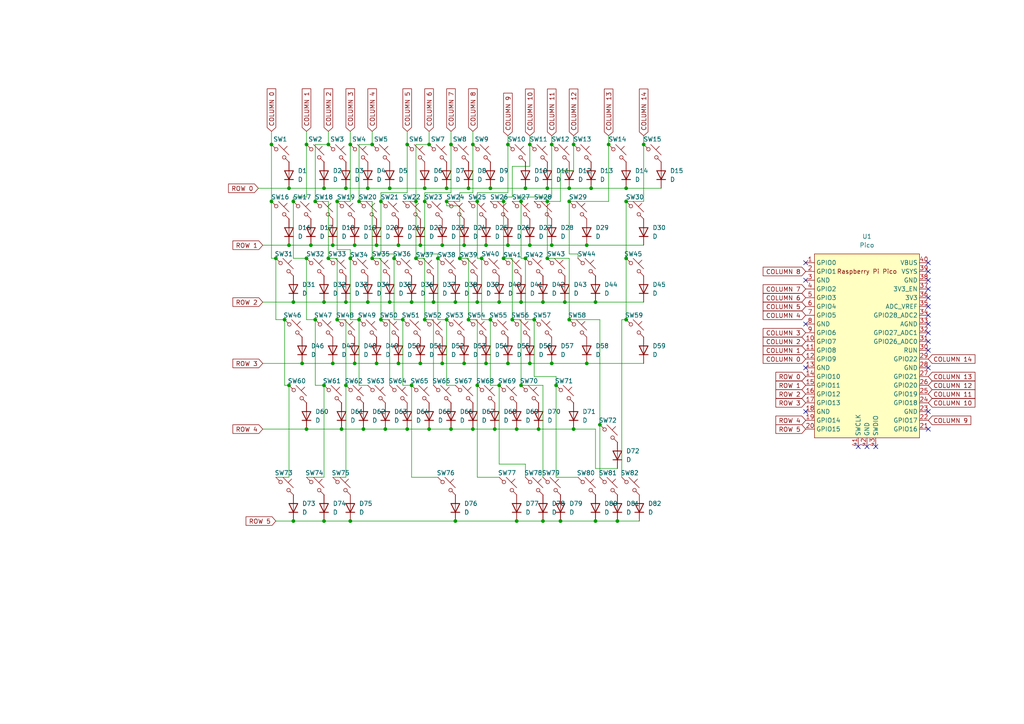
<source format=kicad_sch>
(kicad_sch (version 20231120) (generator "eeschema") (generator_version "8.0")
  (paper "A4")
  (lib_symbols
    (symbol "Device:D" (pin_numbers hide) (pin_names (offset 1.016) hide)
      (property "Reference" "D" (at 0 2.54 0))
      (property "Value" "D" (at 0 -2.54 0))
      (symbol "D_1_1"
        (pin passive line (at -3.81 0 0) (length 2.54) (name "K") (number "1"))
        (pin passive line (at 3.81 0 180) (length 2.54) (name "A") (number "2"))
      )
    )
    (symbol "Switch:SW_Push_45deg" (pin_numbers hide) (pin_names (offset 1.016) hide)
      (property "Reference" "SW" (at 3.048 1.016 0))
      (property "Value" "SW_Push_45deg" (at 0 -3.81 0))
      (symbol "SW_Push_45deg_0_1"
        (pin passive line (at -2.54 2.54 0) (length 0) (name "1") (number "1"))
        (pin passive line (at 2.54 -2.54 180) (length 0) (name "2") (number "2"))
      )
    )
    (symbol "pico:Pico"
      (property "Reference" "U" (at -13.97 27.94 0))
      (property "Value" "Pico" (at 0 19.05 0))
      (symbol "Pico_0_0"
        (text "Raspberry Pi Pico" (at 0 21.59 0) (effects (font (size 1.27 1.27))))
      )
      (symbol "Pico_1_1"
        (pin bidirectional line (at -17.78 24.13 0) (length 2.54) (name "GPIO0") (number "1"))
        (pin bidirectional line (at -17.78 1.27 0) (length 2.54) (name "GPIO7") (number "10"))
        (pin bidirectional line (at -17.78 -1.27 0) (length 2.54) (name "GPIO8") (number "11"))
        (pin bidirectional line (at -17.78 -3.81 0) (length 2.54) (name "GPIO9") (number "12"))
        (pin power_in line (at -17.78 -6.35 0) (length 2.54) (name "GND") (number "13"))
        (pin bidirectional line (at -17.78 -8.89 0) (length 2.54) (name "GPIO10") (number "14"))
        (pin bidirectional line (at -17.78 -11.43 0) (length 2.54) (name "GPIO11") (number "15"))
        (pin bidirectional line (at -17.78 -13.97 0) (length 2.54) (name "GPIO12") (number "16"))
        (pin bidirectional line (at -17.78 -16.51 0) (length 2.54) (name "GPIO13") (number "17"))
        (pin power_in line (at -17.78 -19.05 0) (length 2.54) (name "GND") (number "18"))
        (pin bidirectional line (at -17.78 -21.59 0) (length 2.54) (name "GPIO14") (number "19"))
        (pin bidirectional line (at -17.78 21.59 0) (length 2.54) (name "GPIO1") (number "2"))
        (pin bidirectional line (at -17.78 -24.13 0) (length 2.54) (name "GPIO15") (number "20"))
        (pin bidirectional line (at 17.78 -24.13 180) (length 2.54) (name "GPIO16") (number "21"))
        (pin bidirectional line (at 17.78 -21.59 180) (length 2.54) (name "GPIO17") (number "22"))
        (pin power_in line (at 17.78 -19.05 180) (length 2.54) (name "GND") (number "23"))
        (pin bidirectional line (at 17.78 -16.51 180) (length 2.54) (name "GPIO18") (number "24"))
        (pin bidirectional line (at 17.78 -13.97 180) (length 2.54) (name "GPIO19") (number "25"))
        (pin bidirectional line (at 17.78 -11.43 180) (length 2.54) (name "GPIO20") (number "26"))
        (pin bidirectional line (at 17.78 -8.89 180) (length 2.54) (name "GPIO21") (number "27"))
        (pin power_in line (at 17.78 -6.35 180) (length 2.54) (name "GND") (number "28"))
        (pin bidirectional line (at 17.78 -3.81 180) (length 2.54) (name "GPIO22") (number "29"))
        (pin power_in line (at -17.78 19.05 0) (length 2.54) (name "GND") (number "3"))
        (pin input line (at 17.78 -1.27 180) (length 2.54) (name "RUN") (number "30"))
        (pin bidirectional line (at 17.78 1.27 180) (length 2.54) (name "GPIO26_ADC0") (number "31"))
        (pin bidirectional line (at 17.78 3.81 180) (length 2.54) (name "GPIO27_ADC1") (number "32"))
        (pin power_in line (at 17.78 6.35 180) (length 2.54) (name "AGND") (number "33"))
        (pin bidirectional line (at 17.78 8.89 180) (length 2.54) (name "GPIO28_ADC2") (number "34"))
        (pin power_in line (at 17.78 11.43 180) (length 2.54) (name "ADC_VREF") (number "35"))
        (pin power_in line (at 17.78 13.97 180) (length 2.54) (name "3V3") (number "36"))
        (pin input line (at 17.78 16.51 180) (length 2.54) (name "3V3_EN") (number "37"))
        (pin bidirectional line (at 17.78 19.05 180) (length 2.54) (name "GND") (number "38"))
        (pin power_in line (at 17.78 21.59 180) (length 2.54) (name "VSYS") (number "39"))
        (pin bidirectional line (at -17.78 16.51 0) (length 2.54) (name "GPIO2") (number "4"))
        (pin power_in line (at 17.78 24.13 180) (length 2.54) (name "VBUS") (number "40"))
        (pin input line (at -2.54 -29.21 90) (length 2.54) (name "SWCLK") (number "41"))
        (pin power_in line (at 0 -29.21 90) (length 2.54) (name "GND") (number "42"))
        (pin bidirectional line (at 2.54 -29.21 90) (length 2.54) (name "SWDIO") (number "43"))
        (pin bidirectional line (at -17.78 13.97 0) (length 2.54) (name "GPIO3") (number "5"))
        (pin bidirectional line (at -17.78 11.43 0) (length 2.54) (name "GPIO4") (number "6"))
        (pin bidirectional line (at -17.78 8.89 0) (length 2.54) (name "GPIO5") (number "7"))
        (pin power_in line (at -17.78 6.35 0) (length 2.54) (name "GND") (number "8"))
        (pin bidirectional line (at -17.78 3.81 0) (length 2.54) (name "GPIO6") (number "9"))
      )
    )
  )
  (junction (at 101.6 74.93))
  (junction (at 96.52 105.41))
  (junction (at 158.75 74.93))
  (junction (at 88.9 41.91))
  (junction (at 111.76 124.46))
  (junction (at 104.14 92.71))
  (junction (at 133.35 74.93))
  (junction (at 147.32 105.41))
  (junction (at 82.55 92.71))
  (junction (at 170.18 71.12))
  (junction (at 135.89 54.61))
  (junction (at 107.95 74.93))
  (junction (at 165.1 58.42))
  (junction (at 115.57 105.41))
  (junction (at 140.97 105.41))
  (junction (at 106.68 87.63))
  (junction (at 93.98 111.76))
  (junction (at 123.19 92.71))
  (junction (at 85.09 151.13))
  (junction (at 78.74 58.42))
  (junction (at 172.72 87.63))
  (junction (at 118.11 124.46))
  (junction (at 110.49 58.42))
  (junction (at 95.25 74.93))
  (junction (at 88.9 124.46))
  (junction (at 153.67 41.91))
  (junction (at 134.62 71.12))
  (junction (at 179.07 151.13))
  (junction (at 181.61 54.61))
  (junction (at 120.65 74.93))
  (junction (at 132.08 87.63))
  (junction (at 119.38 87.63))
  (junction (at 166.37 41.91))
  (junction (at 134.62 105.41))
  (junction (at 138.43 111.76))
  (junction (at 80.01 74.93))
  (junction (at 152.4 74.93))
  (junction (at 146.05 74.93))
  (junction (at 166.37 124.46))
  (junction (at 137.16 41.91))
  (junction (at 149.86 124.46))
  (junction (at 99.06 124.46))
  (junction (at 143.51 124.46))
  (junction (at 153.67 71.12))
  (junction (at 97.79 58.42))
  (junction (at 142.24 54.61))
  (junction (at 109.22 71.12))
  (junction (at 128.27 105.41))
  (junction (at 106.68 54.61))
  (junction (at 113.03 54.61))
  (junction (at 149.86 151.13))
  (junction (at 162.56 151.13))
  (junction (at 91.44 58.42))
  (junction (at 100.33 111.76))
  (junction (at 83.82 54.61))
  (junction (at 170.18 105.41))
  (junction (at 147.32 41.91))
  (junction (at 93.98 54.61))
  (junction (at 121.92 105.41))
  (junction (at 118.11 41.91))
  (junction (at 95.25 41.91))
  (junction (at 154.94 92.71))
  (junction (at 160.02 105.41))
  (junction (at 130.81 41.91))
  (junction (at 93.98 151.13))
  (junction (at 101.6 151.13))
  (junction (at 181.61 58.42))
  (junction (at 105.41 124.46))
  (junction (at 165.1 92.71))
  (junction (at 123.19 54.61))
  (junction (at 151.13 58.42))
  (junction (at 120.65 58.42))
  (junction (at 125.73 87.63))
  (junction (at 138.43 87.63))
  (junction (at 152.4 54.61))
  (junction (at 90.17 71.12))
  (junction (at 88.9 74.93))
  (junction (at 129.54 58.42))
  (junction (at 129.54 54.61))
  (junction (at 173.99 123.19))
  (junction (at 160.02 71.12))
  (junction (at 127 74.93))
  (junction (at 107.95 41.91))
  (junction (at 109.22 105.41))
  (junction (at 158.75 58.42))
  (junction (at 163.83 87.63))
  (junction (at 104.14 58.42))
  (junction (at 124.46 124.46))
  (junction (at 102.87 71.12))
  (junction (at 144.78 111.76))
  (junction (at 135.89 92.71))
  (junction (at 171.45 54.61))
  (junction (at 172.72 151.13))
  (junction (at 161.29 111.76))
  (junction (at 87.63 105.41))
  (junction (at 137.16 124.46))
  (junction (at 96.52 71.12))
  (junction (at 114.3 74.93))
  (junction (at 102.87 105.41))
  (junction (at 113.03 87.63))
  (junction (at 110.49 92.71))
  (junction (at 181.61 74.93))
  (junction (at 85.09 87.63))
  (junction (at 83.82 111.76))
  (junction (at 85.09 58.42))
  (junction (at 115.57 71.12))
  (junction (at 140.97 71.12))
  (junction (at 148.59 92.71))
  (junction (at 147.32 71.12))
  (junction (at 121.92 71.12))
  (junction (at 181.61 92.71))
  (junction (at 116.84 92.71))
  (junction (at 91.44 92.71))
  (junction (at 144.78 87.63))
  (junction (at 156.21 124.46))
  (junction (at 138.43 58.42))
  (junction (at 132.08 151.13))
  (junction (at 139.7 74.93))
  (junction (at 78.74 41.91))
  (junction (at 151.13 111.76))
  (junction (at 165.1 54.61))
  (junction (at 151.13 87.63))
  (junction (at 119.38 111.76))
  (junction (at 157.48 151.13))
  (junction (at 176.53 41.91))
  (junction (at 153.67 105.41))
  (junction (at 146.05 58.42))
  (junction (at 158.75 54.61))
  (junction (at 129.54 92.71))
  (junction (at 93.98 87.63))
  (junction (at 186.69 41.91))
  (junction (at 128.27 71.12))
  (junction (at 124.46 41.91))
  (junction (at 100.33 87.63))
  (junction (at 157.48 87.63))
  (junction (at 101.6 41.91))
  (junction (at 100.33 54.61))
  (junction (at 97.79 92.71))
  (junction (at 142.24 92.71))
  (junction (at 123.19 58.42))
  (junction (at 160.02 41.91))
  (junction (at 83.82 71.12))
  (junction (at 130.81 124.46))
  (no_connect (at 269.24 86.36))
  (no_connect (at 269.24 78.74))
  (no_connect (at 233.68 93.98))
  (no_connect (at 269.24 88.9))
  (no_connect (at 269.24 99.06))
  (no_connect (at 269.24 119.38))
  (no_connect (at 269.24 91.44))
  (no_connect (at 269.24 81.28))
  (no_connect (at 251.46 129.54))
  (no_connect (at 269.24 83.82))
  (no_connect (at 269.24 124.46))
  (no_connect (at 233.68 76.2))
  (no_connect (at 269.24 96.52))
  (no_connect (at 254 129.54))
  (no_connect (at 233.68 106.68))
  (no_connect (at 233.68 81.28))
  (no_connect (at 269.24 93.98))
  (no_connect (at 248.92 129.54))
  (no_connect (at 269.24 76.2))
  (no_connect (at 269.24 106.68))
  (no_connect (at 233.68 119.38))
  (no_connect (at 269.24 101.6))
  (wire (pts (xy 165.1 92.71) (xy 165.1 74.93)))
  (wire (pts (xy 166.37 41.91) (xy 166.37 49.53)))
  (wire (pts (xy 137.16 124.46) (xy 143.51 124.46)))
  (wire (pts (xy 132.08 151.13) (xy 149.86 151.13)))
  (wire (pts (xy 139.7 74.93) (xy 139.7 92.71)))
  (wire (pts (xy 93.98 54.61) (xy 100.33 54.61)))
  (wire (pts (xy 114.3 92.71) (xy 116.84 92.71)))
  (wire (pts (xy 85.09 151.13) (xy 93.98 151.13)))
  (wire (pts (xy 160.02 105.41) (xy 170.18 105.41)))
  (wire (pts (xy 85.09 58.42) (xy 85.09 74.93)))
  (wire (pts (xy 130.81 41.91) (xy 130.81 55.88)))
  (wire (pts (xy 78.74 74.93) (xy 80.01 74.93)))
  (wire (pts (xy 106.68 54.61) (xy 113.03 54.61)))
  (wire (pts (xy 151.13 87.63) (xy 157.48 87.63)))
  (wire (pts (xy 93.98 87.63) (xy 100.33 87.63)))
  (wire (pts (xy 137.16 38.1) (xy 137.16 41.91)))
  (wire (pts (xy 91.44 111.76) (xy 93.98 111.76)))
  (wire (pts (xy 144.78 134.62) (xy 152.4 134.62)))
  (wire (pts (xy 135.89 54.61) (xy 142.24 54.61)))
  (wire (pts (xy 123.19 73.66) (xy 127 73.66)))
  (wire (pts (xy 165.1 58.42) (xy 165.1 73.66)))
  (wire (pts (xy 76.2 105.41) (xy 87.63 105.41)))
  (wire (pts (xy 134.62 105.41) (xy 140.97 105.41)))
  (wire (pts (xy 142.24 111.76) (xy 144.78 111.76)))
  (wire (pts (xy 80.01 92.71) (xy 82.55 92.71)))
  (wire (pts (xy 172.72 87.63) (xy 186.69 87.63)))
  (wire (pts (xy 173.99 123.19) (xy 173.99 92.71)))
  (wire (pts (xy 129.54 59.69) (xy 129.54 58.42)))
  (wire (pts (xy 138.43 58.42) (xy 138.43 74.93)))
  (wire (pts (xy 157.48 151.13) (xy 162.56 151.13)))
  (wire (pts (xy 152.4 54.61) (xy 158.75 54.61)))
  (wire (pts (xy 165.1 54.61) (xy 171.45 54.61)))
  (wire (pts (xy 139.7 92.71) (xy 142.24 92.71)))
  (wire (pts (xy 76.2 71.12) (xy 83.82 71.12)))
  (wire (pts (xy 124.46 124.46) (xy 130.81 124.46)))
  (wire (pts (xy 113.03 92.71) (xy 110.49 92.71)))
  (wire (pts (xy 93.98 111.76) (xy 93.98 138.43)))
  (wire (pts (xy 99.06 124.46) (xy 105.41 124.46)))
  (wire (pts (xy 170.18 71.12) (xy 186.69 71.12)))
  (wire (pts (xy 87.63 105.41) (xy 96.52 105.41)))
  (wire (pts (xy 132.08 87.63) (xy 138.43 87.63)))
  (wire (pts (xy 97.79 74.93) (xy 95.25 74.93)))
  (wire (pts (xy 125.73 92.71) (xy 123.19 92.71)))
  (wire (pts (xy 153.67 39.37) (xy 153.67 41.91)))
  (wire (pts (xy 147.32 41.91) (xy 147.32 55.88)))
  (wire (pts (xy 111.76 124.46) (xy 118.11 124.46)))
  (wire (pts (xy 88.9 38.1) (xy 88.9 41.91)))
  (wire (pts (xy 120.65 58.42) (xy 116.84 58.42)))
  (wire (pts (xy 88.9 92.71) (xy 91.44 92.71)))
  (wire (pts (xy 101.6 38.1) (xy 101.6 41.91)))
  (wire (pts (xy 104.14 111.76) (xy 106.68 111.76)))
  (wire (pts (xy 101.6 41.91) (xy 101.6 58.42)))
  (wire (pts (xy 181.61 58.42) (xy 181.61 74.93)))
  (wire (pts (xy 129.54 54.61) (xy 135.89 54.61)))
  (wire (pts (xy 166.37 39.37) (xy 166.37 41.91)))
  (wire (pts (xy 162.56 151.13) (xy 172.72 151.13)))
  (wire (pts (xy 149.86 124.46) (xy 156.21 124.46)))
  (wire (pts (xy 88.9 74.93) (xy 88.9 92.71)))
  (wire (pts (xy 88.9 41.91) (xy 88.9 57.15)))
  (wire (pts (xy 161.29 109.22) (xy 161.29 111.76)))
  (wire (pts (xy 118.11 55.88) (xy 110.49 55.88)))
  (wire (pts (xy 176.53 58.42) (xy 165.1 58.42)))
  (wire (pts (xy 100.33 54.61) (xy 106.68 54.61)))
  (wire (pts (xy 138.43 92.71) (xy 135.89 92.71)))
  (wire (pts (xy 151.13 57.15) (xy 151.13 58.42)))
  (wire (pts (xy 95.25 38.1) (xy 95.25 41.91)))
  (wire (pts (xy 186.69 39.37) (xy 186.69 41.91)))
  (wire (pts (xy 138.43 111.76) (xy 138.43 92.71)))
  (wire (pts (xy 74.93 54.61) (xy 83.82 54.61)))
  (wire (pts (xy 161.29 138.43) (xy 167.64 138.43)))
  (wire (pts (xy 125.73 111.76) (xy 125.73 92.71)))
  (wire (pts (xy 180.34 92.71) (xy 181.61 92.71)))
  (wire (pts (xy 83.82 138.43) (xy 80.01 138.43)))
  (wire (pts (xy 148.59 74.93) (xy 146.05 74.93)))
  (wire (pts (xy 146.05 58.42) (xy 146.05 57.15)))
  (wire (pts (xy 118.11 124.46) (xy 124.46 124.46)))
  (wire (pts (xy 107.95 38.1) (xy 107.95 41.91)))
  (wire (pts (xy 147.32 105.41) (xy 153.67 105.41)))
  (wire (pts (xy 101.6 58.42) (xy 97.79 58.42)))
  (wire (pts (xy 85.09 74.93) (xy 88.9 74.93)))
  (wire (pts (xy 127 73.66) (xy 127 74.93)))
  (wire (pts (xy 146.05 74.93) (xy 146.05 58.42)))
  (wire (pts (xy 83.82 71.12) (xy 90.17 71.12)))
  (wire (pts (xy 90.17 71.12) (xy 96.52 71.12)))
  (wire (pts (xy 100.33 138.43) (xy 100.33 111.76)))
  (wire (pts (xy 110.49 55.88) (xy 110.49 58.42)))
  (wire (pts (xy 151.13 74.93) (xy 152.4 74.93)))
  (wire (pts (xy 104.14 41.91) (xy 107.95 41.91)))
  (wire (pts (xy 148.59 48.26) (xy 153.67 48.26)))
  (wire (pts (xy 137.16 55.88) (xy 137.16 41.91)))
  (wire (pts (xy 101.6 92.71) (xy 104.14 92.71)))
  (wire (pts (xy 102.87 105.41) (xy 109.22 105.41)))
  (wire (pts (xy 130.81 124.46) (xy 137.16 124.46)))
  (wire (pts (xy 129.54 111.76) (xy 132.08 111.76)))
  (wire (pts (xy 172.72 151.13) (xy 179.07 151.13)))
  (wire (pts (xy 173.99 92.71) (xy 165.1 92.71)))
  (wire (pts (xy 113.03 111.76) (xy 113.03 92.71)))
  (wire (pts (xy 101.6 72.39) (xy 101.6 74.93)))
  (wire (pts (xy 121.92 105.41) (xy 128.27 105.41)))
  (wire (pts (xy 133.35 55.88) (xy 137.16 55.88)))
  (wire (pts (xy 166.37 124.46) (xy 172.72 124.46)))
  (wire (pts (xy 160.02 39.37) (xy 160.02 41.91)))
  (wire (pts (xy 88.9 124.46) (xy 99.06 124.46)))
  (wire (pts (xy 130.81 38.1) (xy 130.81 41.91)))
  (wire (pts (xy 107.95 74.93) (xy 107.95 58.42)))
  (wire (pts (xy 180.34 138.43) (xy 180.34 92.71)))
  (wire (pts (xy 153.67 48.26) (xy 153.67 41.91)))
  (wire (pts (xy 147.32 55.88) (xy 138.43 55.88)))
  (wire (pts (xy 96.52 71.12) (xy 102.87 71.12)))
  (wire (pts (xy 104.14 58.42) (xy 104.14 41.91)))
  (wire (pts (xy 93.98 138.43) (xy 88.9 138.43)))
  (wire (pts (xy 80.01 74.93) (xy 80.01 92.71)))
  (wire (pts (xy 100.33 92.71) (xy 97.79 92.71)))
  (wire (pts (xy 149.86 151.13) (xy 157.48 151.13)))
  (wire (pts (xy 163.83 87.63) (xy 172.72 87.63)))
  (wire (pts (xy 118.11 38.1) (xy 118.11 41.91)))
  (wire (pts (xy 110.49 74.93) (xy 107.95 74.93)))
  (wire (pts (xy 162.56 58.42) (xy 162.56 49.53)))
  (wire (pts (xy 138.43 111.76) (xy 138.43 138.43)))
  (wire (pts (xy 158.75 58.42) (xy 162.56 58.42)))
  (wire (pts (xy 143.51 124.46) (xy 149.86 124.46)))
  (wire (pts (xy 170.18 105.41) (xy 186.69 105.41)))
  (wire (pts (xy 110.49 58.42) (xy 110.49 73.66)))
  (wire (pts (xy 83.82 54.61) (xy 93.98 54.61)))
  (wire (pts (xy 181.61 54.61) (xy 191.77 54.61)))
  (wire (pts (xy 167.64 73.66) (xy 167.64 74.93)))
  (wire (pts (xy 106.68 87.63) (xy 113.03 87.63)))
  (wire (pts (xy 76.2 87.63) (xy 85.09 87.63)))
  (wire (pts (xy 135.89 74.93) (xy 133.35 74.93)))
  (wire (pts (xy 93.98 151.13) (xy 101.6 151.13)))
  (wire (pts (xy 138.43 58.42) (xy 135.89 58.42)))
  (wire (pts (xy 119.38 111.76) (xy 119.38 138.43)))
  (wire (pts (xy 82.55 92.71) (xy 82.55 111.76)))
  (wire (pts (xy 118.11 41.91) (xy 118.11 55.88)))
  (wire (pts (xy 165.1 74.93) (xy 158.75 74.93)))
  (wire (pts (xy 83.82 111.76) (xy 83.82 138.43)))
  (wire (pts (xy 138.43 87.63) (xy 144.78 87.63)))
  (wire (pts (xy 120.65 58.42) (xy 120.65 41.91)))
  (wire (pts (xy 109.22 105.41) (xy 115.57 105.41)))
  (wire (pts (xy 152.4 134.62) (xy 152.4 138.43)))
  (wire (pts (xy 152.4 92.71) (xy 154.94 92.71)))
  (wire (pts (xy 134.62 71.12) (xy 140.97 71.12)))
  (wire (pts (xy 179.07 151.13) (xy 185.42 151.13)))
  (wire (pts (xy 123.19 74.93) (xy 120.65 74.93)))
  (wire (pts (xy 120.65 41.91) (xy 124.46 41.91)))
  (wire (pts (xy 144.78 111.76) (xy 144.78 134.62)))
  (wire (pts (xy 147.32 41.91) (xy 147.32 39.37)))
  (wire (pts (xy 125.73 87.63) (xy 132.08 87.63)))
  (wire (pts (xy 123.19 92.71) (xy 123.19 74.93)))
  (wire (pts (xy 78.74 58.42) (xy 78.74 74.93)))
  (wire (pts (xy 97.79 58.42) (xy 97.79 72.39)))
  (wire (pts (xy 123.19 58.42) (xy 123.19 73.66)))
  (wire (pts (xy 142.24 54.61) (xy 152.4 54.61)))
  (wire (pts (xy 161.29 111.76) (xy 161.29 138.43)))
  (wire (pts (xy 157.48 138.43) (xy 157.48 111.76)))
  (wire (pts (xy 173.99 123.19) (xy 173.99 138.43)))
  (wire (pts (xy 121.92 71.12) (xy 128.27 71.12)))
  (wire (pts (xy 138.43 74.93) (xy 139.7 74.93)))
  (wire (pts (xy 85.09 57.15) (xy 85.09 58.42)))
  (wire (pts (xy 138.43 138.43) (xy 144.78 138.43)))
  (wire (pts (xy 138.43 55.88) (xy 138.43 58.42)))
  (wire (pts (xy 160.02 41.91) (xy 160.02 57.15)))
  (wire (pts (xy 120.65 74.93) (xy 120.65 58.42)))
  (wire (pts (xy 142.24 92.71) (xy 142.24 111.76)))
  (wire (pts (xy 154.94 109.22) (xy 161.29 109.22)))
  (wire (pts (xy 113.03 54.61) (xy 123.19 54.61)))
  (wire (pts (xy 160.02 57.15) (xy 151.13 57.15)))
  (wire (pts (xy 158.75 58.42) (xy 154.94 58.42)))
  (wire (pts (xy 78.74 38.1) (xy 78.74 41.91)))
  (wire (pts (xy 140.97 71.12) (xy 147.32 71.12)))
  (wire (pts (xy 140.97 105.41) (xy 147.32 105.41)))
  (wire (pts (xy 105.41 124.46) (xy 111.76 124.46)))
  (wire (pts (xy 76.2 124.46) (xy 88.9 124.46)))
  (wire (pts (xy 119.38 138.43) (xy 127 138.43)))
  (wire (pts (xy 152.4 74.93) (xy 152.4 92.71)))
  (wire (pts (xy 162.56 49.53) (xy 166.37 49.53)))
  (wire (pts (xy 114.3 73.66) (xy 114.3 74.93)))
  (wire (pts (xy 78.74 41.91) (xy 78.74 58.42)))
  (wire (pts (xy 176.53 41.91) (xy 176.53 58.42)))
  (wire (pts (xy 97.79 92.71) (xy 97.79 74.93)))
  (wire (pts (xy 133.35 74.93) (xy 133.35 59.69)))
  (wire (pts (xy 151.13 58.42) (xy 148.59 58.42)))
  (wire (pts (xy 144.78 87.63) (xy 151.13 87.63)))
  (wire (pts (xy 133.35 58.42) (xy 133.35 55.88)))
  (wire (pts (xy 80.01 151.13) (xy 85.09 151.13)))
  (wire (pts (xy 165.1 73.66) (xy 167.64 73.66)))
  (wire (pts (xy 129.54 92.71) (xy 129.54 111.76)))
  (wire (pts (xy 133.35 59.69) (xy 129.54 59.69)))
  (wire (pts (xy 91.44 58.42) (xy 91.44 41.91)))
  (wire (pts (xy 181.61 74.93) (xy 181.61 92.71)))
  (wire (pts (xy 101.6 74.93) (xy 101.6 92.71)))
  (wire (pts (xy 154.94 92.71) (xy 154.94 109.22)))
  (wire (pts (xy 95.25 74.93) (xy 95.25 58.42)))
  (wire (pts (xy 148.59 57.15) (xy 148.59 48.26)))
  (wire (pts (xy 123.19 55.88) (xy 123.19 58.42)))
  (wire (pts (xy 97.79 72.39) (xy 101.6 72.39)))
  (wire (pts (xy 156.21 124.46) (xy 166.37 124.46)))
  (wire (pts (xy 116.84 92.71) (xy 116.84 111.76)))
  (wire (pts (xy 172.72 135.89) (xy 179.07 135.89)))
  (wire (pts (xy 82.55 111.76) (xy 83.82 111.76)))
  (wire (pts (xy 128.27 105.41) (xy 134.62 105.41)))
  (wire (pts (xy 127 74.93) (xy 127 92.71)))
  (wire (pts (xy 110.49 73.66) (xy 114.3 73.66)))
  (wire (pts (xy 114.3 74.93) (xy 114.3 92.71)))
  (wire (pts (xy 91.44 41.91) (xy 95.25 41.91)))
  (wire (pts (xy 148.59 92.71) (xy 148.59 74.93)))
  (wire (pts (xy 176.53 39.37) (xy 176.53 41.91)))
  (wire (pts (xy 96.52 138.43) (xy 100.33 138.43)))
  (wire (pts (xy 110.49 92.71) (xy 110.49 74.93)))
  (wire (pts (xy 153.67 105.41) (xy 160.02 105.41)))
  (wire (pts (xy 151.13 58.42) (xy 151.13 74.93)))
  (wire (pts (xy 116.84 111.76) (xy 119.38 111.76)))
  (wire (pts (xy 101.6 151.13) (xy 132.08 151.13)))
  (wire (pts (xy 151.13 111.76) (xy 151.13 92.71)))
  (wire (pts (xy 100.33 111.76) (xy 100.33 92.71)))
  (wire (pts (xy 102.87 71.12) (xy 109.22 71.12)))
  (wire (pts (xy 146.05 58.42) (xy 142.24 58.42)))
  (wire (pts (xy 115.57 105.41) (xy 121.92 105.41)))
  (wire (pts (xy 100.33 87.63) (xy 106.68 87.63)))
  (wire (pts (xy 151.13 92.71) (xy 148.59 92.71)))
  (wire (pts (xy 181.61 58.42) (xy 186.69 58.42)))
  (wire (pts (xy 104.14 92.71) (xy 104.14 111.76)))
  (wire (pts (xy 96.52 105.41) (xy 102.87 105.41)))
  (wire (pts (xy 124.46 38.1) (xy 124.46 41.91)))
  (wire (pts (xy 146.05 57.15) (xy 148.59 57.15)))
  (wire (pts (xy 127 92.71) (xy 129.54 92.71)))
  (wire (pts (xy 113.03 87.63) (xy 119.38 87.63)))
  (wire (pts (xy 160.02 71.12) (xy 170.18 71.12)))
  (wire (pts (xy 129.54 58.42) (xy 133.35 58.42)))
  (wire (pts (xy 171.45 54.61) (xy 181.61 54.61)))
  (wire (pts (xy 147.32 71.12) (xy 153.67 71.12)))
  (wire (pts (xy 88.9 57.15) (xy 85.09 57.15)))
  (wire (pts (xy 186.69 41.91) (xy 186.69 58.42)))
  (wire (pts (xy 158.75 54.61) (xy 165.1 54.61)))
  (wire (pts (xy 157.48 87.63) (xy 163.83 87.63)))
  (wire (pts (xy 123.19 54.61) (xy 129.54 54.61)))
  (wire (pts (xy 95.25 58.42) (xy 91.44 58.42)))
  (wire (pts (xy 153.67 71.12) (xy 160.02 71.12)))
  (wire (pts (xy 172.72 124.46) (xy 172.72 135.89)))
  (wire (pts (xy 85.09 87.63) (xy 93.98 87.63)))
  (wire (pts (xy 109.22 71.12) (xy 115.57 71.12)))
  (wire (pts (xy 130.81 55.88) (xy 123.19 55.88)))
  (wire (pts (xy 119.38 87.63) (xy 125.73 87.63)))
  (wire (pts (xy 135.89 92.71) (xy 135.89 74.93)))
  (wire (pts (xy 158.75 74.93) (xy 158.75 58.42)))
  (wire (pts (xy 91.44 92.71) (xy 91.44 111.76)))
  (wire (pts (xy 107.95 58.42) (xy 104.14 58.42)))
  (wire (pts (xy 128.27 71.12) (xy 134.62 71.12)))
  (wire (pts (xy 157.48 111.76) (xy 151.13 111.76)))
  (wire (pts (xy 115.57 71.12) (xy 121.92 71.12)))
  (global_label "COLUMN 6" (shape input) (at 124.46 38.1 90) (property "Intersheetrefs" "${INTERSHEET_REFS}" (effects (hide yes))))
  (global_label "COLUMN 7" (shape input) (at 130.81 38.1 90) (property "Intersheetrefs" "${INTERSHEET_REFS}" (effects (hide yes))))
  (global_label "ROW 1" (shape input) (at 233.68 111.76 180) (property "Intersheetrefs" "${INTERSHEET_REFS}" (effects (hide yes))))
  (global_label "ROW 2" (shape input) (at 233.68 114.3 180) (property "Intersheetrefs" "${INTERSHEET_REFS}" (effects (hide yes))))
  (global_label "COLUMN 8" (shape input) (at 137.16 38.1 90) (property "Intersheetrefs" "${INTERSHEET_REFS}" (effects (hide yes))))
  (global_label "COLUMN 10" (shape input) (at 269.24 116.84 0) (property "Intersheetrefs" "${INTERSHEET_REFS}" (effects (hide yes))))
  (global_label "ROW 0" (shape input) (at 233.68 109.22 180) (property "Intersheetrefs" "${INTERSHEET_REFS}" (effects (hide yes))))
  (global_label "COLUMN 5" (shape input) (at 118.11 38.1 90) (property "Intersheetrefs" "${INTERSHEET_REFS}" (effects (hide yes))))
  (global_label "COLUMN 1" (shape input) (at 233.68 101.6 180) (property "Intersheetrefs" "${INTERSHEET_REFS}" (effects (hide yes))))
  (global_label "ROW 5" (shape input) (at 80.01 151.13 180) (property "Intersheetrefs" "${INTERSHEET_REFS}" (effects (hide yes))))
  (global_label "COLUMN 14" (shape input) (at 186.69 39.37 90) (property "Intersheetrefs" "${INTERSHEET_REFS}" (effects (hide yes))))
  (global_label "COLUMN 12" (shape input) (at 269.24 111.76 0) (property "Intersheetrefs" "${INTERSHEET_REFS}" (effects (hide yes))))
  (global_label "COLUMN 8" (shape input) (at 233.68 78.74 180) (property "Intersheetrefs" "${INTERSHEET_REFS}" (effects (hide yes))))
  (global_label "COLUMN 3" (shape input) (at 233.68 96.52 180) (property "Intersheetrefs" "${INTERSHEET_REFS}" (effects (hide yes))))
  (global_label "COLUMN 9" (shape input) (at 269.24 121.92 0) (property "Intersheetrefs" "${INTERSHEET_REFS}" (effects (hide yes))))
  (global_label "COLUMN 6" (shape input) (at 233.68 86.36 180) (property "Intersheetrefs" "${INTERSHEET_REFS}" (effects (hide yes))))
  (global_label "COLUMN 11" (shape input) (at 269.24 114.3 0) (property "Intersheetrefs" "${INTERSHEET_REFS}" (effects (hide yes))))
  (global_label "COLUMN 11" (shape input) (at 160.02 39.37 90) (property "Intersheetrefs" "${INTERSHEET_REFS}" (effects (hide yes))))
  (global_label "COLUMN 1" (shape input) (at 88.9 38.1 90) (property "Intersheetrefs" "${INTERSHEET_REFS}" (effects (hide yes))))
  (global_label "COLUMN 13" (shape input) (at 176.53 39.37 90) (property "Intersheetrefs" "${INTERSHEET_REFS}" (effects (hide yes))))
  (global_label "COLUMN 9" (shape input) (at 147.32 39.37 90) (property "Intersheetrefs" "${INTERSHEET_REFS}" (effects (hide yes))))
  (global_label "COLUMN 0" (shape input) (at 78.74 38.1 90) (property "Intersheetrefs" "${INTERSHEET_REFS}" (effects (hide yes))))
  (global_label "COLUMN 3" (shape input) (at 101.6 38.1 90) (property "Intersheetrefs" "${INTERSHEET_REFS}" (effects (hide yes))))
  (global_label "ROW 4" (shape input) (at 76.2 124.46 180) (property "Intersheetrefs" "${INTERSHEET_REFS}" (effects (hide yes))))
  (global_label "COLUMN 7" (shape input) (at 233.68 83.82 180) (property "Intersheetrefs" "${INTERSHEET_REFS}" (effects (hide yes))))
  (global_label "ROW 4" (shape input) (at 233.68 121.92 180) (property "Intersheetrefs" "${INTERSHEET_REFS}" (effects (hide yes))))
  (global_label "COLUMN 4" (shape input) (at 107.95 38.1 90) (property "Intersheetrefs" "${INTERSHEET_REFS}" (effects (hide yes))))
  (global_label "COLUMN 10" (shape input) (at 153.67 39.37 90) (property "Intersheetrefs" "${INTERSHEET_REFS}" (effects (hide yes))))
  (global_label "ROW 1" (shape input) (at 76.2 71.12 180) (property "Intersheetrefs" "${INTERSHEET_REFS}" (effects (hide yes))))
  (global_label "COLUMN 2" (shape input) (at 233.68 99.06 180) (property "Intersheetrefs" "${INTERSHEET_REFS}" (effects (hide yes))))
  (global_label "COLUMN 0" (shape input) (at 233.68 104.14 180) (property "Intersheetrefs" "${INTERSHEET_REFS}" (effects (hide yes))))
  (global_label "ROW 5" (shape input) (at 233.68 124.46 180) (property "Intersheetrefs" "${INTERSHEET_REFS}" (effects (hide yes))))
  (global_label "COLUMN 13" (shape input) (at 269.24 109.22 0) (property "Intersheetrefs" "${INTERSHEET_REFS}" (effects (hide yes))))
  (global_label "COLUMN 5" (shape input) (at 233.68 88.9 180) (property "Intersheetrefs" "${INTERSHEET_REFS}" (effects (hide yes))))
  (global_label "ROW 3" (shape input) (at 76.2 105.41 180) (property "Intersheetrefs" "${INTERSHEET_REFS}" (effects (hide yes))))
  (global_label "ROW 0" (shape input) (at 74.93 54.61 180) (property "Intersheetrefs" "${INTERSHEET_REFS}" (effects (hide yes))))
  (global_label "COLUMN 12" (shape input) (at 166.37 39.37 90) (property "Intersheetrefs" "${INTERSHEET_REFS}" (effects (hide yes))))
  (global_label "COLUMN 4" (shape input) (at 233.68 91.44 180) (property "Intersheetrefs" "${INTERSHEET_REFS}" (effects (hide yes))))
  (global_label "ROW 2" (shape input) (at 76.2 87.63 180) (property "Intersheetrefs" "${INTERSHEET_REFS}" (effects (hide yes))))
  (global_label "COLUMN 14" (shape input) (at 269.24 104.14 0) (property "Intersheetrefs" "${INTERSHEET_REFS}" (effects (hide yes))))
  (global_label "COLUMN 2" (shape input) (at 95.25 38.1 90) (property "Intersheetrefs" "${INTERSHEET_REFS}" (effects (hide yes))))
  (global_label "ROW 3" (shape input) (at 233.68 116.84 180) (property "Intersheetrefs" "${INTERSHEET_REFS}" (effects (hide yes))))
  (symbol (lib_id "Device:D") (at 130.81 120.65 90) (unit 1)
    (property "Reference" "D66" (at 133.35 119.3799 90) (effects (justify right)))
    (property "Value" "D" (at 133.35 121.9199 90) (effects (justify right)))
    (property "Footprint" "Diode_THT:D_DO-41_SOD81_P10.16mm_Horizontal" (effects (hide yes)))
    (property "Description" "Diode" (effects (hide yes)))
    (property "Sim.Device" "D" (effects (hide yes)))
    (property "Sim.Pins" "1=K 2=A" (effects (hide yes)))
  )
  (symbol (lib_id "Switch:SW_Push_45deg") (at 144.78 60.96 0) (unit 1)
    (property "Reference" "SW26" (at 144.78 57.15 0))
    (property "Value" "SW_Push_45deg" (effects (hide yes)))
    (property "Footprint" "hot swap:MX-Hotswap-1U" (effects (hide yes)))
    (property "Description" "Push button switch, normally open, two pins, 45° tilted" (effects (hide yes)))
  )
  (symbol (lib_id "Device:D") (at 106.68 50.8 90) (unit 1)
    (property "Reference" "D4" (at 109.22 49.5299 90) (effects (justify right)))
    (property "Value" "D" (at 109.22 52.0699 90) (effects (justify right)))
    (property "Footprint" "Diode_THT:D_DO-41_SOD81_P10.16mm_Horizontal" (effects (hide yes)))
    (property "Description" "Diode" (effects (hide yes)))
    (property "Sim.Device" "D" (effects (hide yes)))
    (property "Sim.Pins" "1=K 2=A" (effects (hide yes)))
  )
  (symbol (lib_id "Device:D") (at 149.86 147.32 90) (unit 1)
    (property "Reference" "D77" (at 152.4 146.0499 90) (effects (justify right)))
    (property "Value" "D" (at 152.4 148.5899 90) (effects (justify right)))
    (property "Footprint" "Diode_THT:D_DO-41_SOD81_P10.16mm_Horizontal" (effects (hide yes)))
    (property "Description" "Diode" (effects (hide yes)))
    (property "Sim.Device" "D" (effects (hide yes)))
    (property "Sim.Pins" "1=K 2=A" (effects (hide yes)))
  )
  (symbol (lib_id "Switch:SW_Push_45deg") (at 138.43 60.96 0) (unit 1)
    (property "Reference" "SW25" (at 138.43 57.15 0))
    (property "Value" "SW_Push_45deg" (effects (hide yes)))
    (property "Footprint" "hot swap:MX-Hotswap-1U" (effects (hide yes)))
    (property "Description" "Push button switch, normally open, two pins, 45° tilted" (effects (hide yes)))
  )
  (symbol (lib_id "Device:D") (at 147.32 67.31 90) (unit 1)
    (property "Reference" "D26" (at 149.86 66.0399 90) (effects (justify right)))
    (property "Value" "D" (at 149.86 68.5799 90) (effects (justify right)))
    (property "Footprint" "Diode_THT:D_DO-41_SOD81_P10.16mm_Horizontal" (effects (hide yes)))
    (property "Description" "Diode" (effects (hide yes)))
    (property "Sim.Device" "D" (effects (hide yes)))
    (property "Sim.Pins" "1=K 2=A" (effects (hide yes)))
  )
  (symbol (lib_id "Switch:SW_Push_45deg") (at 97.79 44.45 0) (unit 1)
    (property "Reference" "SW3" (at 97.79 40.386 0))
    (property "Value" "SW_Push_45deg" (effects (hide yes)))
    (property "Footprint" "hot swap:MX-Hotswap-1U" (effects (hide yes)))
    (property "Description" "Push button switch, normally open, two pins, 45° tilted" (effects (hide yes)))
  )
  (symbol (lib_id "Device:D") (at 179.07 147.32 90) (unit 1)
    (property "Reference" "D81" (at 181.61 146.0499 90) (effects (justify right)))
    (property "Value" "D" (at 181.61 148.5899 90) (effects (justify right)))
    (property "Footprint" "Diode_THT:D_DO-41_SOD81_P10.16mm_Horizontal" (effects (hide yes)))
    (property "Description" "Diode" (effects (hide yes)))
    (property "Sim.Device" "D" (effects (hide yes)))
    (property "Sim.Pins" "1=K 2=A" (effects (hide yes)))
  )
  (symbol (lib_id "Switch:SW_Push_45deg") (at 142.24 77.47 0) (unit 1)
    (property "Reference" "SW40" (at 142.24 73.66 0))
    (property "Value" "SW_Push_45deg" (effects (hide yes)))
    (property "Footprint" "hot swap:MX-Hotswap-1U" (effects (hide yes)))
    (property "Description" "Push button switch, normally open, two pins, 45° tilted" (effects (hide yes)))
  )
  (symbol (lib_id "Device:D") (at 160.02 67.31 90) (unit 1)
    (property "Reference" "D28" (at 162.56 66.0399 90) (effects (justify right)))
    (property "Value" "D" (at 162.56 68.5799 90) (effects (justify right)))
    (property "Footprint" "Diode_THT:D_DO-41_SOD81_P10.16mm_Horizontal" (effects (hide yes)))
    (property "Description" "Diode" (effects (hide yes)))
    (property "Sim.Device" "D" (effects (hide yes)))
    (property "Sim.Pins" "1=K 2=A" (effects (hide yes)))
  )
  (symbol (lib_id "Switch:SW_Push_45deg") (at 134.62 114.3 0) (unit 1)
    (property "Reference" "SW67" (at 134.366 110.49 0))
    (property "Value" "SW_Push_45deg" (effects (hide yes)))
    (property "Footprint" "hot swap:MX-Hotswap-1U" (effects (hide yes)))
    (property "Description" "Push button switch, normally open, two pins, 45° tilted" (effects (hide yes)))
  )
  (symbol (lib_id "Switch:SW_Push_45deg") (at 176.53 125.73 0) (unit 1)
    (property "Reference" "SW72" (at 176.276 121.92 0))
    (property "Value" "SW_Push_45deg" (effects (hide yes)))
    (property "Footprint" "hot swap:MX-Hotswap-1U" (effects (hide yes)))
    (property "Description" "Push button switch, normally open, two pins, 45° tilted" (effects (hide yes)))
  )
  (symbol (lib_id "Switch:SW_Push_45deg") (at 119.38 60.96 0) (unit 1)
    (property "Reference" "SW22" (at 119.38 57.15 0))
    (property "Value" "SW_Push_45deg" (effects (hide yes)))
    (property "Footprint" "hot swap:MX-Hotswap-1U" (effects (hide yes)))
    (property "Description" "Push button switch, normally open, two pins, 45° tilted" (effects (hide yes)))
  )
  (symbol (lib_id "Switch:SW_Push_45deg") (at 161.29 77.47 0) (unit 1)
    (property "Reference" "SW43" (at 161.29 73.66 0))
    (property "Value" "SW_Push_45deg" (effects (hide yes)))
    (property "Footprint" "hot swap:MX-Hotswap-1U" (effects (hide yes)))
    (property "Description" "Push button switch, normally open, two pins, 45° tilted" (effects (hide yes)))
  )
  (symbol (lib_id "Switch:SW_Push_45deg") (at 109.22 114.3 0) (unit 1)
    (property "Reference" "SW63" (at 108.966 110.49 0))
    (property "Value" "SW_Push_45deg" (effects (hide yes)))
    (property "Footprint" "hot swap:MX-Hotswap-1U" (effects (hide yes)))
    (property "Description" "Push button switch, normally open, two pins, 45° tilted" (effects (hide yes)))
  )
  (symbol (lib_id "Switch:SW_Push_45deg") (at 110.49 44.45 0) (unit 1)
    (property "Reference" "SW5" (at 110.49 40.386 0))
    (property "Value" "SW_Push_45deg" (effects (hide yes)))
    (property "Footprint" "hot swap:MX-Hotswap-1U" (effects (hide yes)))
    (property "Description" "Push button switch, normally open, two pins, 45° tilted" (effects (hide yes)))
  )
  (symbol (lib_id "Device:D") (at 100.33 50.8 90) (unit 1)
    (property "Reference" "D3" (at 102.87 49.5299 90) (effects (justify right)))
    (property "Value" "D" (at 102.87 52.0699 90) (effects (justify right)))
    (property "Footprint" "Diode_THT:D_DO-41_SOD81_P10.16mm_Horizontal" (effects (hide yes)))
    (property "Description" "Diode" (effects (hide yes)))
    (property "Sim.Device" "D" (effects (hide yes)))
    (property "Sim.Pins" "1=K 2=A" (effects (hide yes)))
  )
  (symbol (lib_id "Device:D") (at 113.03 83.82 90) (unit 1)
    (property "Reference" "D35" (at 115.57 82.5499 90) (effects (justify right)))
    (property "Value" "D" (at 115.57 85.0899 90) (effects (justify right)))
    (property "Footprint" "Diode_THT:D_DO-41_SOD81_P10.16mm_Horizontal" (effects (hide yes)))
    (property "Description" "Diode" (effects (hide yes)))
    (property "Sim.Device" "D" (effects (hide yes)))
    (property "Sim.Pins" "1=K 2=A" (effects (hide yes)))
  )
  (symbol (lib_id "Device:D") (at 119.38 83.82 90) (unit 1)
    (property "Reference" "D36" (at 121.92 82.5499 90) (effects (justify right)))
    (property "Value" "D" (at 121.92 85.0899 90) (effects (justify right)))
    (property "Footprint" "Diode_THT:D_DO-41_SOD81_P10.16mm_Horizontal" (effects (hide yes)))
    (property "Description" "Diode" (effects (hide yes)))
    (property "Sim.Device" "D" (effects (hide yes)))
    (property "Sim.Pins" "1=K 2=A" (effects (hide yes)))
  )
  (symbol (lib_id "Switch:SW_Push_45deg") (at 151.13 95.25 0) (unit 1)
    (property "Reference" "SW56" (at 150.876 91.44 0))
    (property "Value" "SW_Push_45deg" (effects (hide yes)))
    (property "Footprint" "hot swap:MX-Hotswap-1U" (effects (hide yes)))
    (property "Description" "Push button switch, normally open, two pins, 45° tilted" (effects (hide yes)))
  )
  (symbol (lib_id "Switch:SW_Push_45deg") (at 106.68 60.96 0) (unit 1)
    (property "Reference" "SW20" (at 106.68 57.15 0))
    (property "Value" "SW_Push_45deg" (effects (hide yes)))
    (property "Footprint" "hot swap:MX-Hotswap-1U" (effects (hide yes)))
    (property "Description" "Push button switch, normally open, two pins, 45° tilted" (effects (hide yes)))
  )
  (symbol (lib_id "Device:D") (at 149.86 120.65 90) (unit 1)
    (property "Reference" "D69" (at 152.4 119.3799 90) (effects (justify right)))
    (property "Value" "D" (at 152.4 121.9199 90) (effects (justify right)))
    (property "Footprint" "Diode_THT:D_DO-41_SOD81_P10.16mm_Horizontal" (effects (hide yes)))
    (property "Description" "Diode" (effects (hide yes)))
    (property "Sim.Device" "D" (effects (hide yes)))
    (property "Sim.Pins" "1=K 2=A" (effects (hide yes)))
  )
  (symbol (lib_id "Device:D") (at 163.83 83.82 90) (unit 1)
    (property "Reference" "D43" (at 166.37 82.5499 90) (effects (justify right)))
    (property "Value" "D" (at 166.37 85.0899 90) (effects (justify right)))
    (property "Footprint" "Diode_THT:D_DO-41_SOD81_P10.16mm_Horizontal" (effects (hide yes)))
    (property "Description" "Diode" (effects (hide yes)))
    (property "Sim.Device" "D" (effects (hide yes)))
    (property "Sim.Pins" "1=K 2=A" (effects (hide yes)))
  )
  (symbol (lib_id "Switch:SW_Push_45deg") (at 116.84 77.47 0) (unit 1)
    (property "Reference" "SW36" (at 116.586 73.66 0))
    (property "Value" "SW_Push_45deg" (effects (hide yes)))
    (property "Footprint" "hot swap:MX-Hotswap-1U" (effects (hide yes)))
    (property "Description" "Push button switch, normally open, two pins, 45° tilted" (effects (hide yes)))
  )
  (symbol (lib_id "Switch:SW_Push_45deg") (at 96.52 114.3 0) (unit 1)
    (property "Reference" "SW61" (at 96.266 110.49 0))
    (property "Value" "SW_Push_45deg" (effects (hide yes)))
    (property "Footprint" "hot swap:MX-Hotswap-1U" (effects (hide yes)))
    (property "Description" "Push button switch, normally open, two pins, 45° tilted" (effects (hide yes)))
  )
  (symbol (lib_id "Switch:SW_Push_45deg") (at 148.59 77.47 0) (unit 1)
    (property "Reference" "SW41" (at 148.59 73.914 0))
    (property "Value" "SW_Push_45deg" (effects (hide yes)))
    (property "Footprint" "hot swap:MX-Hotswap-1U" (effects (hide yes)))
    (property "Description" "Push button switch, normally open, two pins, 45° tilted" (effects (hide yes)))
  )
  (symbol (lib_id "Device:D") (at 100.33 83.82 90) (unit 1)
    (property "Reference" "D33" (at 102.87 82.5499 90) (effects (justify right)))
    (property "Value" "D" (at 102.87 85.0899 90) (effects (justify right)))
    (property "Footprint" "Diode_THT:D_DO-41_SOD81_P10.16mm_Horizontal" (effects (hide yes)))
    (property "Description" "Diode" (effects (hide yes)))
    (property "Sim.Device" "D" (effects (hide yes)))
    (property "Sim.Pins" "1=K 2=A" (effects (hide yes)))
  )
  (symbol (lib_id "Switch:SW_Push_45deg") (at 135.89 77.47 0) (unit 1)
    (property "Reference" "SW39" (at 135.89 73.914 0))
    (property "Value" "SW_Push_45deg" (effects (hide yes)))
    (property "Footprint" "hot swap:MX-Hotswap-1U" (effects (hide yes)))
    (property "Description" "Push button switch, normally open, two pins, 45° tilted" (effects (hide yes)))
  )
  (symbol (lib_id "Switch:SW_Push_45deg") (at 157.48 95.25 0) (unit 1)
    (property "Reference" "SW57" (at 157.226 91.44 0))
    (property "Value" "SW_Push_45deg" (effects (hide yes)))
    (property "Footprint" "hot swap:MX-Hotswap-1U" (effects (hide yes)))
    (property "Description" "Push button switch, normally open, two pins, 45° tilted" (effects (hide yes)))
  )
  (symbol (lib_id "Switch:SW_Push_45deg") (at 184.15 95.25 0) (unit 1)
    (property "Reference" "SW59" (at 183.896 91.44 0))
    (property "Value" "SW_Push_45deg" (effects (hide yes)))
    (property "Footprint" "hot swap:MX-Hotswap-1U" (effects (hide yes)))
    (property "Description" "Push button switch, normally open, two pins, 45° tilted" (effects (hide yes)))
  )
  (symbol (lib_id "Device:D") (at 170.18 101.6 90) (unit 1)
    (property "Reference" "D58" (at 172.72 100.3299 90) (effects (justify right)))
    (property "Value" "D" (at 172.72 102.8699 90) (effects (justify right)))
    (property "Footprint" "Diode_THT:D_DO-41_SOD81_P10.16mm_Horizontal" (effects (hide yes)))
    (property "Description" "Diode" (effects (hide yes)))
    (property "Sim.Device" "D" (effects (hide yes)))
    (property "Sim.Pins" "1=K 2=A" (effects (hide yes)))
  )
  (symbol (lib_id "Switch:SW_Push_45deg") (at 128.27 114.3 0) (unit 1)
    (property "Reference" "SW66" (at 128.016 110.49 0))
    (property "Value" "SW_Push_45deg" (effects (hide yes)))
    (property "Footprint" "hot swap:MX-Hotswap-1U" (effects (hide yes)))
    (property "Description" "Push button switch, normally open, two pins, 45° tilted" (effects (hide yes)))
  )
  (symbol (lib_id "Switch:SW_Push_45deg") (at 123.19 77.47 0) (unit 1)
    (property "Reference" "SW37" (at 123.19 73.914 0))
    (property "Value" "SW_Push_45deg" (effects (hide yes)))
    (property "Footprint" "hot swap:MX-Hotswap-1U" (effects (hide yes)))
    (property "Description" "Push button switch, normally open, two pins, 45° tilted" (effects (hide yes)))
  )
  (symbol (lib_id "Switch:SW_Push_45deg") (at 87.63 60.96 0) (unit 1)
    (property "Reference" "SW17" (at 87.63 57.15 0))
    (property "Value" "SW_Push_45deg" (effects (hide yes)))
    (property "Footprint" "hot swap:MX-Hotswap-1U" (effects (hide yes)))
    (property "Description" "Push button switch, normally open, two pins, 45° tilted" (effects (hide yes)))
  )
  (symbol (lib_id "Switch:SW_Push_45deg") (at 110.49 77.47 0) (unit 1)
    (property "Reference" "SW35" (at 110.49 73.66 0))
    (property "Value" "SW_Push_45deg" (effects (hide yes)))
    (property "Footprint" "hot swap:MX-Hotswap-1U" (effects (hide yes)))
    (property "Description" "Push button switch, normally open, two pins, 45° tilted" (effects (hide yes)))
  )
  (symbol (lib_id "Device:D") (at 121.92 101.6 90) (unit 1)
    (property "Reference" "D51" (at 124.46 100.3299 90) (effects (justify right)))
    (property "Value" "D" (at 124.46 102.8699 90) (effects (justify right)))
    (property "Footprint" "Diode_THT:D_DO-41_SOD81_P10.16mm_Horizontal" (effects (hide yes)))
    (property "Description" "Diode" (effects (hide yes)))
    (property "Sim.Device" "D" (effects (hide yes)))
    (property "Sim.Pins" "1=K 2=A" (effects (hide yes)))
  )
  (symbol (lib_id "Device:D") (at 83.82 50.8 90) (unit 1)
    (property "Reference" "D1" (at 86.36 49.5299 90) (effects (justify right)))
    (property "Value" "D" (at 86.36 52.0699 90) (effects (justify right)))
    (property "Footprint" "Diode_THT:D_DO-41_SOD81_P10.16mm_Horizontal" (effects (hide yes)))
    (property "Description" "Diode" (effects (hide yes)))
    (property "Sim.Device" "D" (effects (hide yes)))
    (property "Sim.Pins" "1=K 2=A" (effects (hide yes)))
  )
  (symbol (lib_id "Switch:SW_Push_45deg") (at 113.03 60.96 0) (unit 1)
    (property "Reference" "SW21" (at 113.03 57.15 0))
    (property "Value" "SW_Push_45deg" (effects (hide yes)))
    (property "Footprint" "hot swap:MX-Hotswap-1U" (effects (hide yes)))
    (property "Description" "Push button switch, normally open, two pins, 45° tilted" (effects (hide yes)))
  )
  (symbol (lib_id "Device:D") (at 93.98 147.32 90) (unit 1)
    (property "Reference" "D74" (at 96.52 146.0499 90) (effects (justify right)))
    (property "Value" "D" (at 96.52 148.5899 90) (effects (justify right)))
    (property "Footprint" "Diode_THT:D_DO-41_SOD81_P10.16mm_Horizontal" (effects (hide yes)))
    (property "Description" "Diode" (effects (hide yes)))
    (property "Sim.Device" "D" (effects (hide yes)))
    (property "Sim.Pins" "1=K 2=A" (effects (hide yes)))
  )
  (symbol (lib_id "Device:D") (at 138.43 83.82 90) (unit 1)
    (property "Reference" "D39" (at 140.97 82.5499 90) (effects (justify right)))
    (property "Value" "D" (at 140.97 85.0899 90) (effects (justify right)))
    (property "Footprint" "Diode_THT:D_DO-41_SOD81_P10.16mm_Horizontal" (effects (hide yes)))
    (property "Description" "Diode" (effects (hide yes)))
    (property "Sim.Device" "D" (effects (hide yes)))
    (property "Sim.Pins" "1=K 2=A" (effects (hide yes)))
  )
  (symbol (lib_id "Switch:SW_Push_45deg") (at 104.14 44.45 0) (unit 1)
    (property "Reference" "SW4" (at 104.14 40.386 0))
    (property "Value" "SW_Push_45deg" (effects (hide yes)))
    (property "Footprint" "hot swap:MX-Hotswap-1U" (effects (hide yes)))
    (property "Description" "Push button switch, normally open, two pins, 45° tilted" (effects (hide yes)))
  )
  (symbol (lib_id "Device:D") (at 151.13 83.82 90) (unit 1)
    (property "Reference" "D41" (at 153.67 82.5499 90) (effects (justify right)))
    (property "Value" "D" (at 153.67 85.0899 90) (effects (justify right)))
    (property "Footprint" "Diode_THT:D_DO-41_SOD81_P10.16mm_Horizontal" (effects (hide yes)))
    (property "Description" "Diode" (effects (hide yes)))
    (property "Sim.Device" "D" (effects (hide yes)))
    (property "Sim.Pins" "1=K 2=A" (effects (hide yes)))
  )
  (symbol (lib_id "Device:D") (at 186.69 67.31 90) (unit 1)
    (property "Reference" "D30" (at 189.23 66.0399 90) (effects (justify right)))
    (property "Value" "D" (at 189.23 68.5799 90) (effects (justify right)))
    (property "Footprint" "Diode_THT:D_DO-41_SOD81_P10.16mm_Horizontal" (effects (hide yes)))
    (property "Description" "Diode" (effects (hide yes)))
    (property "Sim.Device" "D" (effects (hide yes)))
    (property "Sim.Pins" "1=K 2=A" (effects (hide yes)))
  )
  (symbol (lib_id "Device:D") (at 85.09 147.32 90) (unit 1)
    (property "Reference" "D73" (at 87.63 146.0499 90) (effects (justify right)))
    (property "Value" "D" (at 87.63 148.5899 90) (effects (justify right)))
    (property "Footprint" "Diode_THT:D_DO-41_SOD81_P10.16mm_Horizontal" (effects (hide yes)))
    (property "Description" "Diode" (effects (hide yes)))
    (property "Sim.Device" "D" (effects (hide yes)))
    (property "Sim.Pins" "1=K 2=A" (effects (hide yes)))
  )
  (symbol (lib_id "Device:D") (at 186.69 83.82 90) (unit 1)
    (property "Reference" "D45" (at 189.23 82.5499 90) (effects (justify right)))
    (property "Value" "D" (at 189.23 85.0899 90) (effects (justify right)))
    (property "Footprint" "Diode_THT:D_DO-41_SOD81_P10.16mm_Horizontal" (effects (hide yes)))
    (property "Description" "Diode" (effects (hide yes)))
    (property "Sim.Device" "D" (effects (hide yes)))
    (property "Sim.Pins" "1=K 2=A" (effects (hide yes)))
  )
  (symbol (lib_id "Switch:SW_Push_45deg") (at 154.94 140.97 0) (unit 1)
    (property "Reference" "SW78" (at 154.686 137.16 0))
    (property "Value" "SW_Push_45deg" (effects (hide yes)))
    (property "Footprint" "hot swap:MX-Hotswap-1U" (effects (hide yes)))
    (property "Description" "Push button switch, normally open, two pins, 45° tilted" (effects (hide yes)))
  )
  (symbol (lib_id "Switch:SW_Push_45deg") (at 132.08 60.96 0) (unit 1)
    (property "Reference" "SW24" (at 132.08 57.15 0))
    (property "Value" "SW_Push_45deg" (effects (hide yes)))
    (property "Footprint" "hot swap:MX-Hotswap-1U" (effects (hide yes)))
    (property "Description" "Push button switch, normally open, two pins, 45° tilted" (effects (hide yes)))
  )
  (symbol (lib_id "Switch:SW_Push_45deg") (at 129.54 140.97 0) (unit 1)
    (property "Reference" "SW76" (at 129.286 137.16 0))
    (property "Value" "SW_Push_45deg" (effects (hide yes)))
    (property "Footprint" "hot swap:MX-Hotswap-6.25U" (effects (hide yes)))
    (property "Description" "Push button switch, normally open, two pins, 45° tilted" (effects (hide yes)))
  )
  (symbol (lib_id "Device:D") (at 143.51 120.65 90) (unit 1)
    (property "Reference" "D68" (at 146.05 119.3799 90) (effects (justify right)))
    (property "Value" "D" (at 146.05 121.9199 90) (effects (justify right)))
    (property "Footprint" "Diode_THT:D_DO-41_SOD81_P10.16mm_Horizontal" (effects (hide yes)))
    (property "Description" "Diode" (effects (hide yes)))
    (property "Sim.Device" "D" (effects (hide yes)))
    (property "Sim.Pins" "1=K 2=A" (effects (hide yes)))
  )
  (symbol (lib_id "Switch:SW_Push_45deg") (at 168.91 44.45 0) (unit 1)
    (property "Reference" "SW13" (at 168.91 40.386 0))
    (property "Value" "SW_Push_45deg" (effects (hide yes)))
    (property "Footprint" "hot swap:MX-Hotswap-1U" (effects (hide yes)))
    (property "Description" "Push button switch, normally open, two pins, 45° tilted" (effects (hide yes)))
  )
  (symbol (lib_id "Switch:SW_Push_45deg") (at 91.44 140.97 0) (unit 1)
    (property "Reference" "SW74" (at 91.186 137.16 0))
    (property "Value" "SW_Push_45deg" (effects (hide yes)))
    (property "Footprint" "hot swap:MX-Hotswap-1.25U" (effects (hide yes)))
    (property "Description" "Push button switch, normally open, two pins, 45° tilted" (effects (hide yes)))
  )
  (symbol (lib_id "Device:D") (at 147.32 101.6 90) (unit 1)
    (property "Reference" "D55" (at 149.86 100.3299 90) (effects (justify right)))
    (property "Value" "D" (at 149.86 102.8699 90) (effects (justify right)))
    (property "Footprint" "Diode_THT:D_DO-41_SOD81_P10.16mm_Horizontal" (effects (hide yes)))
    (property "Description" "Diode" (effects (hide yes)))
    (property "Sim.Device" "D" (effects (hide yes)))
    (property "Sim.Pins" "1=K 2=A" (effects (hide yes)))
  )
  (symbol (lib_id "Device:D") (at 137.16 120.65 90) (unit 1)
    (property "Reference" "D67" (at 139.7 119.3799 90) (effects (justify right)))
    (property "Value" "D" (at 139.7 121.9199 90) (effects (justify right)))
    (property "Footprint" "Diode_THT:D_DO-41_SOD81_P10.16mm_Horizontal" (effects (hide yes)))
    (property "Description" "Diode" (effects (hide yes)))
    (property "Sim.Device" "D" (effects (hide yes)))
    (property "Sim.Pins" "1=K 2=A" (effects (hide yes)))
  )
  (symbol (lib_id "Device:D") (at 171.45 50.8 90) (unit 1)
    (property "Reference" "D13" (at 173.99 49.5299 90) (effects (justify right)))
    (property "Value" "D" (at 173.99 52.0699 90) (effects (justify right)))
    (property "Footprint" "Diode_THT:D_DO-41_SOD81_P10.16mm_Horizontal" (effects (hide yes)))
    (property "Description" "Diode" (effects (hide yes)))
    (property "Sim.Device" "D" (effects (hide yes)))
    (property "Sim.Pins" "1=K 2=A" (effects (hide yes)))
  )
  (symbol (lib_id "Switch:SW_Push_45deg") (at 115.57 114.3 0) (unit 1)
    (property "Reference" "SW64" (at 115.316 110.49 0))
    (property "Value" "SW_Push_45deg" (effects (hide yes)))
    (property "Footprint" "hot swap:MX-Hotswap-1U" (effects (hide yes)))
    (property "Description" "Push button switch, normally open, two pins, 45° tilted" (effects (hide yes)))
  )
  (symbol (lib_id "Device:D") (at 170.18 67.31 90) (unit 1)
    (property "Reference" "D29" (at 172.72 66.0399 90) (effects (justify right)))
    (property "Value" "D" (at 172.72 68.5799 90) (effects (justify right)))
    (property "Footprint" "Diode_THT:D_DO-41_SOD81_P10.16mm_Horizontal" (effects (hide yes)))
    (property "Description" "Diode" (effects (hide yes)))
    (property "Sim.Device" "D" (effects (hide yes)))
    (property "Sim.Pins" "1=K 2=A" (effects (hide yes)))
  )
  (symbol (lib_id "Device:D") (at 121.92 67.31 90) (unit 1)
    (property "Reference" "D22" (at 124.46 66.0399 90) (effects (justify right)))
    (property "Value" "D" (at 124.46 68.5799 90) (effects (justify right)))
    (property "Footprint" "Diode_THT:D_DO-41_SOD81_P10.16mm_Horizontal" (effects (hide yes)))
    (property "Description" "Diode" (effects (hide yes)))
    (property "Sim.Device" "D" (effects (hide yes)))
    (property "Sim.Pins" "1=K 2=A" (effects (hide yes)))
  )
  (symbol (lib_id "Device:D") (at 179.07 132.08 90) (unit 1)
    (property "Reference" "D72" (at 181.61 130.8099 90) (effects (justify right)))
    (property "Value" "D" (at 181.61 133.3499 90) (effects (justify right)))
    (property "Footprint" "Diode_THT:D_DO-41_SOD81_P10.16mm_Horizontal" (effects (hide yes)))
    (property "Description" "Diode" (effects (hide yes)))
    (property "Sim.Device" "D" (effects (hide yes)))
    (property "Sim.Pins" "1=K 2=A" (effects (hide yes)))
  )
  (symbol (lib_id "Switch:SW_Push_45deg") (at 184.15 60.96 0) (unit 1)
    (property "Reference" "SW30" (at 184.15 57.15 0))
    (property "Value" "SW_Push_45deg" (effects (hide yes)))
    (property "Footprint" "hot swap:MX-Hotswap-1U" (effects (hide yes)))
    (property "Description" "Push button switch, normally open, two pins, 45° tilted" (effects (hide yes)))
  )
  (symbol (lib_id "Device:D") (at 113.03 50.8 90) (unit 1)
    (property "Reference" "D5" (at 115.57 49.5299 90) (effects (justify right)))
    (property "Value" "D" (at 115.57 52.0699 90) (effects (justify right)))
    (property "Footprint" "Diode_THT:D_DO-41_SOD81_P10.16mm_Horizontal" (effects (hide yes)))
    (property "Description" "Diode" (effects (hide yes)))
    (property "Sim.Device" "D" (effects (hide yes)))
    (property "Sim.Pins" "1=K 2=A" (effects (hide yes)))
  )
  (symbol (lib_id "Switch:SW_Push_45deg") (at 139.7 44.45 0) (unit 1)
    (property "Reference" "SW9" (at 139.7 40.386 0))
    (property "Value" "SW_Push_45deg" (effects (hide yes)))
    (property "Footprint" "hot swap:MX-Hotswap-1U" (effects (hide yes)))
    (property "Description" "Push button switch, normally open, two pins, 45° tilted" (effects (hide yes)))
  )
  (symbol (lib_id "Device:D") (at 181.61 50.8 90) (unit 1)
    (property "Reference" "D14" (at 184.15 49.5299 90) (effects (justify right)))
    (property "Value" "D" (at 184.15 52.0699 90) (effects (justify right)))
    (property "Footprint" "Diode_THT:D_DO-41_SOD81_P10.16mm_Horizontal" (effects (hide yes)))
    (property "Description" "Diode" (effects (hide yes)))
    (property "Sim.Device" "D" (effects (hide yes)))
    (property "Sim.Pins" "1=K 2=A" (effects (hide yes)))
  )
  (symbol (lib_id "Device:D") (at 105.41 120.65 90) (unit 1)
    (property "Reference" "D62" (at 107.95 119.3799 90) (effects (justify right)))
    (property "Value" "D" (at 107.95 121.9199 90) (effects (justify right)))
    (property "Footprint" "Diode_THT:D_DO-41_SOD81_P10.16mm_Horizontal" (effects (hide yes)))
    (property "Description" "Diode" (effects (hide yes)))
    (property "Sim.Device" "D" (effects (hide yes)))
    (property "Sim.Pins" "1=K 2=A" (effects (hide yes)))
  )
  (symbol (lib_id "Device:D") (at 109.22 101.6 90) (unit 1)
    (property "Reference" "D49" (at 111.76 100.3299 90) (effects (justify right)))
    (property "Value" "D" (at 111.76 102.8699 90) (effects (justify right)))
    (property "Footprint" "Diode_THT:D_DO-41_SOD81_P10.16mm_Horizontal" (effects (hide yes)))
    (property "Description" "Diode" (effects (hide yes)))
    (property "Sim.Device" "D" (effects (hide yes)))
    (property "Sim.Pins" "1=K 2=A" (effects (hide yes)))
  )
  (symbol (lib_id "Switch:SW_Push_45deg") (at 163.83 114.3 0) (unit 1)
    (property "Reference" "SW71" (at 163.576 110.49 0))
    (property "Value" "SW_Push_45deg" (effects (hide yes)))
    (property "Footprint" "hot swap:MX-Hotswap-1.75U" (effects (hide yes)))
    (property "Description" "Push button switch, normally open, two pins, 45° tilted" (effects (hide yes)))
  )
  (symbol (lib_id "Device:D") (at 135.89 50.8 90) (unit 1)
    (property "Reference" "D8" (at 138.43 49.5299 90) (effects (justify right)))
    (property "Value" "D" (at 138.43 52.0699 90) (effects (justify right)))
    (property "Footprint" "Diode_THT:D_DO-41_SOD81_P10.16mm_Horizontal" (effects (hide yes)))
    (property "Description" "Diode" (effects (hide yes)))
    (property "Sim.Device" "D" (effects (hide yes)))
    (property "Sim.Pins" "1=K 2=A" (effects (hide yes)))
  )
  (symbol (lib_id "Device:D") (at 132.08 83.82 90) (unit 1)
    (property "Reference" "D38" (at 134.62 82.5499 90) (effects (justify right)))
    (property "Value" "D" (at 134.62 85.0899 90) (effects (justify right)))
    (property "Footprint" "Diode_THT:D_DO-41_SOD81_P10.16mm_Horizontal" (effects (hide yes)))
    (property "Description" "Diode" (effects (hide yes)))
    (property "Sim.Device" "D" (effects (hide yes)))
    (property "Sim.Pins" "1=K 2=A" (effects (hide yes)))
  )
  (symbol (lib_id "Switch:SW_Push_45deg") (at 129.54 77.47 0) (unit 1)
    (property "Reference" "SW38" (at 129.54 73.914 0))
    (property "Value" "SW_Push_45deg" (effects (hide yes)))
    (property "Footprint" "hot swap:MX-Hotswap-1U" (effects (hide yes)))
    (property "Description" "Push button switch, normally open, two pins, 45° tilted" (effects (hide yes)))
  )
  (symbol (lib_id "Device:D") (at 140.97 67.31 90) (unit 1)
    (property "Reference" "D25" (at 143.51 66.0399 90) (effects (justify right)))
    (property "Value" "D" (at 143.51 68.5799 90) (effects (justify right)))
    (property "Footprint" "Diode_THT:D_DO-41_SOD81_P10.16mm_Horizontal" (effects (hide yes)))
    (property "Description" "Diode" (effects (hide yes)))
    (property "Sim.Device" "D" (effects (hide yes)))
    (property "Sim.Pins" "1=K 2=A" (effects (hide yes)))
  )
  (symbol (lib_id "Device:D") (at 115.57 101.6 90) (unit 1)
    (property "Reference" "D50" (at 118.11 100.3299 90) (effects (justify right)))
    (property "Value" "D" (at 118.11 102.8699 90) (effects (justify right)))
    (property "Footprint" "Diode_THT:D_DO-41_SOD81_P10.16mm_Horizontal" (effects (hide yes)))
    (property "Description" "Diode" (effects (hide yes)))
    (property "Sim.Device" "D" (effects (hide yes)))
    (property "Sim.Pins" "1=K 2=A" (effects (hide yes)))
  )
  (symbol (lib_id "Switch:SW_Push_45deg") (at 184.15 77.47 0) (unit 1)
    (property "Reference" "SW45" (at 183.642 73.66 0))
    (property "Value" "SW_Push_45deg" (effects (hide yes)))
    (property "Footprint" "hot swap:MX-Hotswap-1U" (effects (hide yes)))
    (property "Description" "Push button switch, normally open, two pins, 45° tilted" (effects (hide yes)))
  )
  (symbol (lib_id "Switch:SW_Push_45deg") (at 151.13 60.96 0) (unit 1)
    (property "Reference" "SW27" (at 151.13 57.15 0))
    (property "Value" "SW_Push_45deg" (effects (hide yes)))
    (property "Footprint" "hot swap:MX-Hotswap-1U" (effects (hide yes)))
    (property "Description" "Push button switch, normally open, two pins, 45° tilted" (effects (hide yes)))
  )
  (symbol (lib_id "Switch:SW_Push_45deg") (at 100.33 95.25 0) (unit 1)
    (property "Reference" "SW48" (at 100.076 91.44 0))
    (property "Value" "SW_Push_45deg" (effects (hide yes)))
    (property "Footprint" "hot swap:MX-Hotswap-1U" (effects (hide yes)))
    (property "Description" "Push button switch, normally open, two pins, 45° tilted" (effects (hide yes)))
  )
  (symbol (lib_id "Device:D") (at 93.98 83.82 90) (unit 1)
    (property "Reference" "D32" (at 96.52 82.5499 90) (effects (justify right)))
    (property "Value" "D" (at 96.52 85.0899 90) (effects (justify right)))
    (property "Footprint" "Diode_THT:D_DO-41_SOD81_P10.16mm_Horizontal" (effects (hide yes)))
    (property "Description" "Diode" (effects (hide yes)))
    (property "Sim.Device" "D" (effects (hide yes)))
    (property "Sim.Pins" "1=K 2=A" (effects (hide yes)))
  )
  (symbol (lib_id "Switch:SW_Push_45deg") (at 162.56 44.45 0) (unit 1)
    (property "Reference" "SW12" (at 162.56 40.386 0))
    (property "Value" "SW_Push_45deg" (effects (hide yes)))
    (property "Footprint" "hot swap:MX-Hotswap-1U" (effects (hide yes)))
    (property "Description" "Push button switch, normally open, two pins, 45° tilted" (effects (hide yes)))
  )
  (symbol (lib_id "Device:D") (at 191.77 50.8 90) (unit 1)
    (property "Reference" "D15" (at 194.31 49.5299 90) (effects (justify right)))
    (property "Value" "D" (at 194.31 52.0699 90) (effects (justify right)))
    (property "Footprint" "Diode_THT:D_DO-41_SOD81_P10.16mm_Horizontal" (effects (hide yes)))
    (property "Description" "Diode" (effects (hide yes)))
    (property "Sim.Device" "D" (effects (hide yes)))
    (property "Sim.Pins" "1=K 2=A" (effects (hide yes)))
  )
  (symbol (lib_id "Switch:SW_Push_45deg") (at 121.92 114.3 0) (unit 1)
    (property "Reference" "SW65" (at 121.666 110.49 0))
    (property "Value" "SW_Push_45deg" (effects (hide yes)))
    (property "Footprint" "hot swap:MX-Hotswap-1U" (effects (hide yes)))
    (property "Description" "Push button switch, normally open, two pins, 45° tilted" (effects (hide yes)))
  )
  (symbol (lib_id "Device:D") (at 85.09 83.82 90) (unit 1)
    (property "Reference" "D31" (at 87.63 82.5499 90) (effects (justify right)))
    (property "Value" "D" (at 87.63 85.0899 90) (effects (justify right)))
    (property "Footprint" "Diode_THT:D_DO-41_SOD81_P10.16mm_Horizontal" (effects (hide yes)))
    (property "Description" "Diode" (effects (hide yes)))
    (property "Sim.Device" "D" (effects (hide yes)))
    (property "Sim.Pins" "1=K 2=A" (effects (hide yes)))
  )
  (symbol (lib_id "Switch:SW_Push_45deg") (at 125.73 60.96 0) (unit 1)
    (property "Reference" "SW23" (at 125.73 57.15 0))
    (property "Value" "SW_Push_45deg" (effects (hide yes)))
    (property "Footprint" "hot swap:MX-Hotswap-1U" (effects (hide yes)))
    (property "Description" "Push button switch, normally open, two pins, 45° tilted" (effects (hide yes)))
  )
  (symbol (lib_id "Device:D") (at 134.62 67.31 90) (unit 1)
    (property "Reference" "D24" (at 137.16 66.0399 90) (effects (justify right)))
    (property "Value" "D" (at 137.16 68.5799 90) (effects (justify right)))
    (property "Footprint" "Diode_THT:D_DO-41_SOD81_P10.16mm_Horizontal" (effects (hide yes)))
    (property "Description" "Diode" (effects (hide yes)))
    (property "Sim.Device" "D" (effects (hide yes)))
    (property "Sim.Pins" "1=K 2=A" (effects (hide yes)))
  )
  (symbol (lib_id "Device:D") (at 185.42 147.32 90) (unit 1)
    (property "Reference" "D82" (at 187.96 146.0499 90) (effects (justify right)))
    (property "Value" "D" (at 187.96 148.5899 90) (effects (justify right)))
    (property "Footprint" "Diode_THT:D_DO-41_SOD81_P10.16mm_Horizontal" (effects (hide yes)))
    (property "Description" "Diode" (effects (hide yes)))
    (property "Sim.Device" "D" (effects (hide yes)))
    (property "Sim.Pins" "1=K 2=A" (effects (hide yes)))
  )
  (symbol (lib_id "Device:D") (at 129.54 50.8 90) (unit 1)
    (property "Reference" "D7" (at 132.08 49.5299 90) (effects (justify right)))
    (property "Value" "D" (at 132.08 52.0699 90) (effects (justify right)))
    (property "Footprint" "Diode_THT:D_DO-41_SOD81_P10.16mm_Horizontal" (effects (hide yes)))
    (property "Description" "Diode" (effects (hide yes)))
    (property "Sim.Device" "D" (effects (hide yes)))
    (property "Sim.Pins" "1=K 2=A" (effects (hide yes)))
  )
  (symbol (lib_id "Device:D") (at 142.24 50.8 90) (unit 1)
    (property "Reference" "D9" (at 144.78 49.5299 90) (effects (justify right)))
    (property "Value" "D" (at 144.78 52.0699 90) (effects (justify right)))
    (property "Footprint" "Diode_THT:D_DO-41_SOD81_P10.16mm_Horizontal" (effects (hide yes)))
    (property "Description" "Diode" (effects (hide yes)))
    (property "Sim.Device" "D" (effects (hide yes)))
    (property "Sim.Pins" "1=K 2=A" (effects (hide yes)))
  )
  (symbol (lib_id "Device:D") (at 160.02 101.6 90) (unit 1)
    (property "Reference" "D57" (at 162.56 100.3299 90) (effects (justify right)))
    (property "Value" "D" (at 162.56 102.8699 90) (effects (justify right)))
    (property "Footprint" "Diode_THT:D_DO-41_SOD81_P10.16mm_Horizontal" (effects (hide yes)))
    (property "Description" "Diode" (effects (hide yes)))
    (property "Sim.Device" "D" (effects (hide yes)))
    (property "Sim.Pins" "1=K 2=A" (effects (hide yes)))
  )
  (symbol (lib_id "Device:D") (at 90.17 67.31 90) (unit 1)
    (property "Reference" "D17" (at 92.71 66.0399 90) (effects (justify right)))
    (property "Value" "D" (at 92.71 68.5799 90) (effects (justify right)))
    (property "Footprint" "Diode_THT:D_DO-41_SOD81_P10.16mm_Horizontal" (effects (hide yes)))
    (property "Description" "Diode" (effects (hide yes)))
    (property "Sim.Device" "D" (effects (hide yes)))
    (property "Sim.Pins" "1=K 2=A" (effects (hide yes)))
  )
  (symbol (lib_id "Switch:SW_Push_45deg") (at 182.88 140.97 0) (unit 1)
    (property "Reference" "SW82" (at 182.626 137.16 0))
    (property "Value" "SW_Push_45deg" (effects (hide yes)))
    (property "Footprint" "hot swap:MX-Hotswap-1U" (effects (hide yes)))
    (property "Description" "Push button switch, normally open, two pins, 45° tilted" (effects (hide yes)))
  )
  (symbol (lib_id "Device:D") (at 153.67 101.6 90) (unit 1)
    (property "Reference" "D56" (at 156.21 100.3299 90) (effects (justify right)))
    (property "Value" "D" (at 156.21 102.8699 90) (effects (justify right)))
    (property "Footprint" "Diode_THT:D_DO-41_SOD81_P10.16mm_Horizontal" (effects (hide yes)))
    (property "Description" "Diode" (effects (hide yes)))
    (property "Sim.Device" "D" (effects (hide yes)))
    (property "Sim.Pins" "1=K 2=A" (effects (hide yes)))
  )
  (symbol (lib_id "Device:D") (at 115.57 67.31 90) (unit 1)
    (property "Reference" "D21" (at 118.11 66.0399 90) (effects (justify right)))
    (property "Value" "D" (at 118.11 68.5799 90) (effects (justify right)))
    (property "Footprint" "Diode_THT:D_DO-41_SOD81_P10.16mm_Horizontal" (effects (hide yes)))
    (property "Description" "Diode" (effects (hide yes)))
    (property "Sim.Device" "D" (effects (hide yes)))
    (property "Sim.Pins" "1=K 2=A" (effects (hide yes)))
  )
  (symbol (lib_id "Switch:SW_Push_45deg") (at 157.48 60.96 0) (unit 1)
    (property "Reference" "SW28" (at 157.48 57.15 0))
    (property "Value" "SW_Push_45deg" (effects (hide yes)))
    (property "Footprint" "hot swap:MX-Hotswap-1U" (effects (hide yes)))
    (property "Description" "Push button switch, normally open, two pins, 45° tilted" (effects (hide yes)))
  )
  (symbol (lib_id "Device:D") (at 172.72 147.32 90) (unit 1)
    (property "Reference" "D80" (at 175.26 146.0499 90) (effects (justify right)))
    (property "Value" "D" (at 175.26 148.5899 90) (effects (justify right)))
    (property "Footprint" "Diode_THT:D_DO-41_SOD81_P10.16mm_Horizontal" (effects (hide yes)))
    (property "Description" "Diode" (effects (hide yes)))
    (property "Sim.Device" "D" (effects (hide yes)))
    (property "Sim.Pins" "1=K 2=A" (effects (hide yes)))
  )
  (symbol (lib_id "Switch:SW_Push_45deg") (at 176.53 140.97 0) (unit 1)
    (property "Reference" "SW81" (at 176.276 137.16 0))
    (property "Value" "SW_Push_45deg" (effects (hide yes)))
    (property "Footprint" "hot swap:MX-Hotswap-1U" (effects (hide yes)))
    (property "Description" "Push button switch, normally open, two pins, 45° tilted" (effects (hide yes)))
  )
  (symbol (lib_id "Device:D") (at 102.87 101.6 90) (unit 1)
    (property "Reference" "D48" (at 105.41 100.3299 90) (effects (justify right)))
    (property "Value" "D" (at 105.41 102.8699 90) (effects (justify right)))
    (property "Footprint" "Diode_THT:D_DO-41_SOD81_P10.16mm_Horizontal" (effects (hide yes)))
    (property "Description" "Diode" (effects (hide yes)))
    (property "Sim.Device" "D" (effects (hide yes)))
    (property "Sim.Pins" "1=K 2=A" (effects (hide yes)))
  )
  (symbol (lib_id "Switch:SW_Push_45deg") (at 140.97 114.3 0) (unit 1)
    (property "Reference" "SW68" (at 140.716 110.49 0))
    (property "Value" "SW_Push_45deg" (effects (hide yes)))
    (property "Footprint" "hot swap:MX-Hotswap-1U" (effects (hide yes)))
    (property "Description" "Push button switch, normally open, two pins, 45° tilted" (effects (hide yes)))
  )
  (symbol (lib_id "Device:D") (at 124.46 120.65 90) (unit 1)
    (property "Reference" "D65" (at 127 119.3799 90) (effects (justify right)))
    (property "Value" "D" (at 127 121.9199 90) (effects (justify right)))
    (property "Footprint" "Diode_THT:D_DO-41_SOD81_P10.16mm_Horizontal" (effects (hide yes)))
    (property "Description" "Diode" (effects (hide yes)))
    (property "Sim.Device" "D" (effects (hide yes)))
    (property "Sim.Pins" "1=K 2=A" (effects (hide yes)))
  )
  (symbol (lib_id "Device:D") (at 123.19 50.8 90) (unit 1)
    (property "Reference" "D6" (at 125.73 49.5299 90) (effects (justify right)))
    (property "Value" "D" (at 125.73 52.0699 90) (effects (justify right)))
    (property "Footprint" "Diode_THT:D_DO-41_SOD81_P10.16mm_Horizontal" (effects (hide yes)))
    (property "Description" "Diode" (effects (hide yes)))
    (property "Sim.Device" "D" (effects (hide yes)))
    (property "Sim.Pins" "1=K 2=A" (effects (hide yes)))
  )
  (symbol (lib_id "Device:D") (at 99.06 120.65 90) (unit 1)
    (property "Reference" "D61" (at 101.6 119.3799 90) (effects (justify right)))
    (property "Value" "D" (at 101.6 121.9199 90) (effects (justify right)))
    (property "Footprint" "Diode_THT:D_DO-41_SOD81_P10.16mm_Horizontal" (effects (hide yes)))
    (property "Description" "Diode" (effects (hide yes)))
    (property "Sim.Device" "D" (effects (hide yes)))
    (property "Sim.Pins" "1=K 2=A" (effects (hide yes)))
  )
  (symbol (lib_id "Device:D") (at 101.6 147.32 90) (unit 1)
    (property "Reference" "D75" (at 104.14 146.0499 90) (effects (justify right)))
    (property "Value" "D" (at 104.14 148.5899 90) (effects (justify right)))
    (property "Footprint" "Diode_THT:D_DO-41_SOD81_P10.16mm_Horizontal" (effects (hide yes)))
    (property "Description" "Diode" (effects (hide yes)))
    (property "Sim.Device" "D" (effects (hide yes)))
    (property "Sim.Pins" "1=K 2=A" (effects (hide yes)))
  )
  (symbol (lib_id "Switch:SW_Push_45deg") (at 125.73 95.25 0) (unit 1)
    (property "Reference" "SW52" (at 125.476 91.44 0))
    (property "Value" "SW_Push_45deg" (effects (hide yes)))
    (property "Footprint" "hot swap:MX-Hotswap-1U" (effects (hide yes)))
    (property "Description" "Push button switch, normally open, two pins, 45° tilted" (effects (hide yes)))
  )
  (symbol (lib_id "Device:D") (at 172.72 83.82 90) (unit 1)
    (property "Reference" "D44" (at 175.26 82.5499 90) (effects (justify right)))
    (property "Value" "D" (at 175.26 85.0899 90) (effects (justify right)))
    (property "Footprint" "Diode_THT:D_DO-41_SOD81_P10.16mm_Horizontal" (effects (hide yes)))
    (property "Description" "Diode" (effects (hide yes)))
    (property "Sim.Device" "D" (effects (hide yes)))
    (property "Sim.Pins" "1=K 2=A" (effects (hide yes)))
  )
  (symbol (lib_id "Device:D") (at 165.1 50.8 90) (unit 1)
    (property "Reference" "D12" (at 167.64 49.5299 90) (effects (justify right)))
    (property "Value" "D" (at 167.64 52.0699 90) (effects (justify right)))
    (property "Footprint" "Diode_THT:D_DO-41_SOD81_P10.16mm_Horizontal" (effects (hide yes)))
    (property "Description" "Diode" (effects (hide yes)))
    (property "Sim.Device" "D" (effects (hide yes)))
    (property "Sim.Pins" "1=K 2=A" (effects (hide yes)))
  )
  (symbol (lib_id "Switch:SW_Push_45deg") (at 81.28 60.96 0) (unit 1)
    (property "Reference" "SW16" (at 81.28 57.15 0))
    (property "Value" "SW_Push_45deg" (effects (hide yes)))
    (property "Footprint" "hot swap:MX-Hotswap-1U" (effects (hide yes)))
    (property "Description" "Push button switch, normally open, two pins, 45° tilted" (effects (hide yes)))
  )
  (symbol (lib_id "Device:D") (at 128.27 67.31 90) (unit 1)
    (property "Reference" "D23" (at 130.81 66.0399 90) (effects (justify right)))
    (property "Value" "D" (at 130.81 68.5799 90) (effects (justify right)))
    (property "Footprint" "Diode_THT:D_DO-41_SOD81_P10.16mm_Horizontal" (effects (hide yes)))
    (property "Description" "Diode" (effects (hide yes)))
    (property "Sim.Device" "D" (effects (hide yes)))
    (property "Sim.Pins" "1=K 2=A" (effects (hide yes)))
  )
  (symbol (lib_id "Device:D") (at 88.9 120.65 90) (unit 1)
    (property "Reference" "D60" (at 91.44 119.3799 90) (effects (justify right)))
    (property "Value" "D" (at 91.44 121.9199 90) (effects (justify right)))
    (property "Footprint" "Diode_THT:D_DO-41_SOD81_P10.16mm_Horizontal" (effects (hide yes)))
    (property "Description" "Diode" (effects (hide yes)))
    (property "Sim.Device" "D" (effects (hide yes)))
    (property "Sim.Pins" "1=K 2=A" (effects (hide yes)))
  )
  (symbol (lib_id "Device:D") (at 157.48 83.82 90) (unit 1)
    (property "Reference" "D42" (at 160.02 82.5499 90) (effects (justify right)))
    (property "Value" "D" (at 160.02 85.0899 90) (effects (justify right)))
    (property "Footprint" "Diode_THT:D_DO-41_SOD81_P10.16mm_Horizontal" (effects (hide yes)))
    (property "Description" "Diode" (effects (hide yes)))
    (property "Sim.Device" "D" (effects (hide yes)))
    (property "Sim.Pins" "1=K 2=A" (effects (hide yes)))
  )
  (symbol (lib_id "Switch:SW_Push_45deg") (at 86.36 114.3 0) (unit 1)
    (property "Reference" "SW60" (at 86.106 110.49 0))
    (property "Value" "SW_Push_45deg" (effects (hide yes)))
    (property "Footprint" "hot swap:MX-Hotswap-2.25U" (effects (hide yes)))
    (property "Description" "Push button switch, normally open, two pins, 45° tilted" (effects (hide yes)))
  )
  (symbol (lib_id "Device:D") (at 96.52 67.31 90) (unit 1)
    (property "Reference" "D18" (at 99.06 66.0399 90) (effects (justify right)))
    (property "Value" "D" (at 99.06 68.5799 90) (effects (justify right)))
    (property "Footprint" "Diode_THT:D_DO-41_SOD81_P10.16mm_Horizontal" (effects (hide yes)))
    (property "Description" "Diode" (effects (hide yes)))
    (property "Sim.Device" "D" (effects (hide yes)))
    (property "Sim.Pins" "1=K 2=A" (effects (hide yes)))
  )
  (symbol (lib_id "Switch:SW_Push_45deg") (at 91.44 44.45 0) (unit 1)
    (property "Reference" "SW2" (at 91.44 40.386 0))
    (property "Value" "SW_Push_45deg" (effects (hide yes)))
    (property "Footprint" "hot swap:MX-Hotswap-1U" (effects (hide yes)))
    (property "Description" "Push button switch, normally open, two pins, 45° tilted" (effects (hide yes)))
  )
  (symbol (lib_id "Device:D") (at 83.82 67.31 90) (unit 1)
    (property "Reference" "D16" (at 86.36 66.0399 90) (effects (justify right)))
    (property "Value" "D" (at 86.36 68.5799 90) (effects (justify right)))
    (property "Footprint" "Diode_THT:D_DO-41_SOD81_P10.16mm_Horizontal" (effects (hide yes)))
    (property "Description" "Diode" (effects (hide yes)))
    (property "Sim.Device" "D" (effects (hide yes)))
    (property "Sim.Pins" "1=K 2=A" (effects (hide yes)))
  )
  (symbol (lib_id "Switch:SW_Push_45deg") (at 170.18 140.97 0) (unit 1)
    (property "Reference" "SW80" (at 169.926 137.16 0))
    (property "Value" "SW_Push_45deg" (effects (hide yes)))
    (property "Footprint" "hot swap:MX-Hotswap-1U" (effects (hide yes)))
    (property "Description" "Push button switch, normally open, two pins, 45° tilted" (effects (hide yes)))
  )
  (symbol (lib_id "Switch:SW_Push_45deg") (at 149.86 44.45 0) (unit 1)
    (property "Reference" "SW10" (at 149.86 40.386 0))
    (property "Value" "SW_Push_45deg" (effects (hide yes)))
    (property "Footprint" "hot swap:MX-Hotswap-1U" (effects (hide yes)))
    (property "Description" "Push button switch, normally open, two pins, 45° tilted" (effects (hide yes)))
  )
  (symbol (lib_id "Device:D") (at 186.69 101.6 90) (unit 1)
    (property "Reference" "D59" (at 189.23 100.3299 90) (effects (justify right)))
    (property "Value" "D" (at 189.23 102.8699 90) (effects (justify right)))
    (property "Footprint" "Diode_THT:D_DO-41_SOD81_P10.16mm_Horizontal" (effects (hide yes)))
    (property "Description" "Diode" (effects (hide yes)))
    (property "Sim.Device" "D" (effects (hide yes)))
    (property "Sim.Pins" "1=K 2=A" (effects (hide yes)))
  )
  (symbol (lib_id "Switch:SW_Push_45deg") (at 147.32 114.3 0) (unit 1)
    (property "Reference" "SW69" (at 147.066 110.49 0))
    (property "Value" "SW_Push_45deg" (effects (hide yes)))
    (property "Footprint" "hot swap:MX-Hotswap-1U" (effects (hide yes)))
    (property "Description" "Push button switch, normally open, two pins, 45° tilted" (effects (hide yes)))
  )
  (symbol (lib_id "Switch:SW_Push_45deg") (at 93.98 95.25 0) (unit 1)
    (property "Reference" "SW47" (at 93.726 91.44 0))
    (property "Value" "SW_Push_45deg" (effects (hide yes)))
    (property "Footprint" "hot swap:MX-Hotswap-1U" (effects (hide yes)))
    (property "Description" "Push button switch, normally open, two pins, 45° tilted" (effects (hide yes)))
  )
  (symbol (lib_id "Switch:SW_Push_45deg") (at 167.64 95.25 0) (unit 1)
    (property "Reference" "SW58" (at 167.386 91.44 0))
    (property "Value" "SW_Push_45deg" (effects (hide yes)))
    (property "Footprint" "hot swap:MX-Hotswap-2.25U" (effects (hide yes)))
    (property "Description" "Push button switch, normally open, two pins, 45° tilted" (effects (hide yes)))
  )
  (symbol (lib_id "Switch:SW_Push_45deg") (at 82.55 77.47 0) (unit 1)
    (property "Reference" "SW31" (at 82.296 73.66 0))
    (property "Value" "SW_Push_45deg" (effects (hide yes)))
    (property "Footprint" "hot swap:MX-Hotswap-1.5U" (effects (hide yes)))
    (property "Description" "Push button switch, normally open, two pins, 45° tilted" (effects (hide yes)))
  )
  (symbol (lib_id "Device:D") (at 157.48 147.32 90) (unit 1)
    (property "Reference" "D78" (at 160.02 146.0499 90) (effects (justify right)))
    (property "Value" "D" (at 160.02 148.5899 90) (effects (justify right)))
    (property "Footprint" "Diode_THT:D_DO-41_SOD81_P10.16mm_Horizontal" (effects (hide yes)))
    (property "Description" "Diode" (effects (hide yes)))
    (property "Sim.Device" "D" (effects (hide yes)))
    (property "Sim.Pins" "1=K 2=A" (effects (hide yes)))
  )
  (symbol (lib_id "Device:D") (at 132.08 147.32 90) (unit 1)
    (property "Reference" "D76" (at 134.62 146.0499 90) (effects (justify right)))
    (property "Value" "D" (at 134.62 148.5899 90) (effects (justify right)))
    (property "Footprint" "Diode_THT:D_DO-41_SOD81_P10.16mm_Horizontal" (effects (hide yes)))
    (property "Description" "Diode" (effects (hide yes)))
    (property "Sim.Device" "D" (effects (hide yes)))
    (property "Sim.Pins" "1=K 2=A" (effects (hide yes)))
  )
  (symbol (lib_id "Switch:SW_Push_45deg") (at 132.08 95.25 0) (unit 1)
    (property "Reference" "SW53" (at 131.826 91.44 0))
    (property "Value" "SW_Push_45deg" (effects (hide yes)))
    (property "Footprint" "hot swap:MX-Hotswap-1U" (effects (hide yes)))
    (property "Description" "Push button switch, normally open, two pins, 45° tilted" (effects (hide yes)))
  )
  (symbol (lib_id "Device:D") (at 109.22 67.31 90) (unit 1)
    (property "Reference" "D20" (at 111.76 66.0399 90) (effects (justify right)))
    (property "Value" "D" (at 111.76 68.5799 90) (effects (justify right)))
    (property "Footprint" "Diode_THT:D_DO-41_SOD81_P10.16mm_Horizontal" (effects (hide yes)))
    (property "Description" "Diode" (effects (hide yes)))
    (property "Sim.Device" "D" (effects (hide yes)))
    (property "Sim.Pins" "1=K 2=A" (effects (hide yes)))
  )
  (symbol (lib_id "Device:D") (at 152.4 50.8 90) (unit 1)
    (property "Reference" "D10" (at 154.94 49.5299 90) (effects (justify right)))
    (property "Value" "D" (at 154.94 52.0699 90) (effects (justify right)))
    (property "Footprint" "Diode_THT:D_DO-41_SOD81_P10.16mm_Horizontal" (effects (hide yes)))
    (property "Description" "Diode" (effects (hide yes)))
    (property "Sim.Device" "D" (effects (hide yes)))
    (property "Sim.Pins" "1=K 2=A" (effects (hide yes)))
  )
  (symbol (lib_id "Device:D") (at 102.87 67.31 90) (unit 1)
    (property "Reference" "D19" (at 105.41 66.0399 90) (effects (justify right)))
    (property "Value" "D" (at 105.41 68.5799 90) (effects (justify right)))
    (property "Footprint" "Diode_THT:D_DO-41_SOD81_P10.16mm_Horizontal" (effects (hide yes)))
    (property "Description" "Diode" (effects (hide yes)))
    (property "Sim.Device" "D" (effects (hide yes)))
    (property "Sim.Pins" "1=K 2=A" (effects (hide yes)))
  )
  (symbol (lib_id "Switch:SW_Push_45deg") (at 170.18 77.47 0) (unit 1)
    (property "Reference" "SW44" (at 170.18 73.66 0))
    (property "Value" "SW_Push_45deg" (effects (hide yes)))
    (property "Footprint" "hot swap:MX-Hotswap-1.5U" (effects (hide yes)))
    (property "Description" "Push button switch, normally open, two pins, 45° tilted" (effects (hide yes)))
  )
  (symbol (lib_id "Device:D") (at 140.97 101.6 90) (unit 1)
    (property "Reference" "D54" (at 143.51 100.3299 90) (effects (justify right)))
    (property "Value" "D" (at 143.51 102.8699 90) (effects (justify right)))
    (property "Footprint" "Diode_THT:D_DO-41_SOD81_P10.16mm_Horizontal" (effects (hide yes)))
    (property "Description" "Diode" (effects (hide yes)))
    (property "Sim.Device" "D" (effects (hide yes)))
    (property "Sim.Pins" "1=K 2=A" (effects (hide yes)))
  )
  (symbol (lib_id "Device:D") (at 162.56 147.32 90) (unit 1)
    (property "Reference" "D79" (at 165.1 146.0499 90) (effects (justify right)))
    (property "Value" "D" (at 165.1 148.5899 90) (effects (justify right)))
    (property "Footprint" "Diode_THT:D_DO-41_SOD81_P10.16mm_Horizontal" (effects (hide yes)))
    (property "Description" "Diode" (effects (hide yes)))
    (property "Sim.Device" "D" (effects (hide yes)))
    (property "Sim.Pins" "1=K 2=A" (effects (hide yes)))
  )
  (symbol (lib_id "Device:D") (at 96.52 101.6 90) (unit 1)
    (property "Reference" "D47" (at 99.06 100.3299 90) (effects (justify right)))
    (property "Value" "D" (at 99.06 102.8699 90) (effects (justify right)))
    (property "Footprint" "Diode_THT:D_DO-41_SOD81_P10.16mm_Horizontal" (effects (hide yes)))
    (property "Description" "Diode" (effects (hide yes)))
    (property "Sim.Device" "D" (effects (hide yes)))
    (property "Sim.Pins" "1=K 2=A" (effects (hide yes)))
  )
  (symbol (lib_id "Device:D") (at 156.21 120.65 90) (unit 1)
    (property "Reference" "D70" (at 158.75 119.3799 90) (effects (justify right)))
    (property "Value" "D" (at 158.75 121.9199 90) (effects (justify right)))
    (property "Footprint" "Diode_THT:D_DO-41_SOD81_P10.16mm_Horizontal" (effects (hide yes)))
    (property "Description" "Diode" (effects (hide yes)))
    (property "Sim.Device" "D" (effects (hide yes)))
    (property "Sim.Pins" "1=K 2=A" (effects (hide yes)))
  )
  (symbol (lib_id "pico:Pico") (at 251.46 100.33 0) (unit 1)
    (property "Reference" "U1" (at 251.46 68.58 0))
    (property "Value" "Pico" (at 251.46 71.12 0))
    (property "Footprint" "MCU_RaspberryPi_and_Boards:RPi_Pico_SMD_TH" (effects (hide yes)))
  )
  (symbol (lib_id "Switch:SW_Push_45deg") (at 127 44.45 0) (unit 1)
    (property "Reference" "SW7" (at 127 40.386 0))
    (property "Value" "SW_Push_45deg" (effects (hide yes)))
    (property "Footprint" "hot swap:MX-Hotswap-1U" (effects (hide yes)))
    (property "Description" "Push button switch, normally open, two pins, 45° tilted" (effects (hide yes)))
  )
  (symbol (lib_id "Device:D") (at 111.76 120.65 90) (unit 1)
    (property "Reference" "D63" (at 114.3 119.3799 90) (effects (justify right)))
    (property "Value" "D" (at 114.3 121.9199 90) (effects (justify right)))
    (property "Footprint" "Diode_THT:D_DO-41_SOD81_P10.16mm_Horizontal" (effects (hide yes)))
    (property "Description" "Diode" (effects (hide yes)))
    (property "Sim.Device" "D" (effects (hide yes)))
    (property "Sim.Pins" "1=K 2=A" (effects (hide yes)))
  )
  (symbol (lib_id "Switch:SW_Push_45deg") (at 179.07 44.45 0) (unit 1)
    (property "Reference" "SW14" (at 179.07 40.386 0))
    (property "Value" "SW_Push_45deg" (effects (hide yes)))
    (property "Footprint" "hot swap:MX-Hotswap-1U" (effects (hide yes)))
    (property "Description" "Push button switch, normally open, two pins, 45° tilted" (effects (hide yes)))
  )
  (symbol (lib_id "Switch:SW_Push_45deg") (at 133.35 44.45 0) (unit 1)
    (property "Reference" "SW8" (at 133.35 40.386 0))
    (property "Value" "SW_Push_45deg" (effects (hide yes)))
    (property "Footprint" "hot swap:MX-Hotswap-1U" (effects (hide yes)))
    (property "Description" "Push button switch, normally open, two pins, 45° tilted" (effects (hide yes)))
  )
  (symbol (lib_id "Switch:SW_Push_45deg") (at 120.65 44.45 0) (unit 1)
    (property "Reference" "SW6" (at 120.65 40.386 0))
    (property "Value" "SW_Push_45deg" (effects (hide yes)))
    (property "Footprint" "hot swap:MX-Hotswap-1U" (effects (hide yes)))
    (property "Description" "Push button switch, normally open, two pins, 45° tilted" (effects (hide yes)))
  )
  (symbol (lib_id "Device:D") (at 128.27 101.6 90) (unit 1)
    (property "Reference" "D52" (at 130.81 100.3299 90) (effects (justify right)))
    (property "Value" "D" (at 130.81 102.8699 90) (effects (justify right)))
    (property "Footprint" "Diode_THT:D_DO-41_SOD81_P10.16mm_Horizontal" (effects (hide yes)))
    (property "Description" "Diode" (effects (hide yes)))
    (property "Sim.Device" "D" (effects (hide yes)))
    (property "Sim.Pins" "1=K 2=A" (effects (hide yes)))
  )
  (symbol (lib_id "Switch:SW_Push_45deg") (at 189.23 44.45 0) (unit 1)
    (property "Reference" "SW15" (at 189.23 40.386 0))
    (property "Value" "SW_Push_45deg" (effects (hide yes)))
    (property "Footprint" "hot swap:MX-Hotswap-1U" (effects (hide yes)))
    (property "Description" "Push button switch, normally open, two pins, 45° tilted" (effects (hide yes)))
  )
  (symbol (lib_id "Device:D") (at 158.75 50.8 90) (unit 1)
    (property "Reference" "D11" (at 161.29 49.5299 90) (effects (justify right)))
    (property "Value" "D" (at 161.29 52.0699 90) (effects (justify right)))
    (property "Footprint" "Diode_THT:D_DO-41_SOD81_P10.16mm_Horizontal" (effects (hide yes)))
    (property "Description" "Diode" (effects (hide yes)))
    (property "Sim.Device" "D" (effects (hide yes)))
    (property "Sim.Pins" "1=K 2=A" (effects (hide yes)))
  )
  (symbol (lib_id "Switch:SW_Push_45deg") (at 102.87 114.3 0) (unit 1)
    (property "Reference" "SW62" (at 102.616 110.49 0))
    (property "Value" "SW_Push_45deg" (effects (hide yes)))
    (property "Footprint" "hot swap:MX-Hotswap-1U" (effects (hide yes)))
    (property "Description" "Push button switch, normally open, two pins, 45° tilted" (effects (hide yes)))
  )
  (symbol (lib_id "Switch:SW_Push_45deg") (at 100.33 60.96 0) (unit 1)
    (property "Reference" "SW19" (at 100.33 57.15 0))
    (property "Value" "SW_Push_45deg" (effects (hide yes)))
    (property "Footprint" "hot swap:MX-Hotswap-1U" (effects (hide yes)))
    (property "Description" "Push button switch, normally open, two pins, 45° tilted" (effects (hide yes)))
  )
  (symbol (lib_id "Device:D") (at 106.68 83.82 90) (unit 1)
    (property "Reference" "D34" (at 109.22 82.5499 90) (effects (justify right)))
    (property "Value" "D" (at 109.22 85.0899 90) (effects (justify right)))
    (property "Footprint" "Diode_THT:D_DO-41_SOD81_P10.16mm_Horizontal" (effects (hide yes)))
    (property "Description" "Diode" (effects (hide yes)))
    (property "Sim.Device" "D" (effects (hide yes)))
    (property "Sim.Pins" "1=K 2=A" (effects (hide yes)))
  )
  (symbol (lib_id "Switch:SW_Push_45deg") (at 91.44 77.47 0) (unit 1)
    (property "Reference" "SW32" (at 91.44 73.66 0))
    (property "Value" "SW_Push_45deg" (effects (hide yes)))
    (property "Footprint" "hot swap:MX-Hotswap-1U" (effects (hide yes)))
    (property "Description" "Push button switch, normally open, two pins, 45° tilted" (effects (hide yes)))
  )
  (symbol (lib_id "Device:D") (at 153.67 67.31 90) (unit 1)
    (property "Reference" "D27" (at 156.21 66.0399 90) (effects (justify right)))
    (property "Value" "D" (at 156.21 68.5799 90) (effects (justify right)))
    (property "Footprint" "Diode_THT:D_DO-41_SOD81_P10.16mm_Horizontal" (effects (hide yes)))
    (property "Description" "Diode" (effects (hide yes)))
    (property "Sim.Device" "D" (effects (hide yes)))
    (property "Sim.Pins" "1=K 2=A" (effects (hide yes)))
  )
  (symbol (lib_id "Device:D") (at 93.98 50.8 90) (unit 1)
    (property "Reference" "D2" (at 96.52 49.5299 90) (effects (justify right)))
    (property "Value" "D" (at 96.52 52.0699 90) (effects (justify right)))
    (property "Footprint" "Diode_THT:D_DO-41_SOD81_P10.16mm_Horizontal" (effects (hide yes)))
    (property "Description" "Diode" (effects (hide yes)))
    (property "Sim.Device" "D" (effects (hide yes)))
    (property "Sim.Pins" "1=K 2=A" (effects (hide yes)))
  )
  (symbol (lib_id "Switch:SW_Push_45deg") (at 82.55 140.97 0) (unit 1)
    (property "Reference" "SW73" (at 82.296 137.16 0))
    (property "Value" "SW_Push_45deg" (effects (hide yes)))
    (property "Footprint" "hot swap:MX-Hotswap-1.25U" (effects (hide yes)))
    (property "Description" "Push button switch, normally open, two pins, 45° tilted" (effects (hide yes)))
  )
  (symbol (lib_id "Switch:SW_Push_45deg") (at 99.06 140.97 0) (unit 1)
    (property "Reference" "SW75" (at 98.806 137.16 0))
    (property "Value" "SW_Push_45deg" (effects (hide yes)))
    (property "Footprint" "hot swap:MX-Hotswap-1.25U" (effects (hide yes)))
    (property "Description" "Push button switch, normally open, two pins, 45° tilted" (effects (hide yes)))
  )
  (symbol (lib_id "Switch:SW_Push_45deg") (at 153.67 114.3 0) (unit 1)
    (property "Reference" "SW70" (at 153.416 110.49 0))
    (property "Value" "SW_Push_45deg" (effects (hide yes)))
    (property "Footprint" "hot swap:MX-Hotswap-1U" (effects (hide yes)))
    (property "Description" "Push button switch, normally open, two pins, 45° tilted" (effects (hide yes)))
  )
  (symbol (lib_id "Device:D") (at 166.37 120.65 90) (unit 1)
    (property "Reference" "D71" (at 168.91 119.3799 90) (effects (justify right)))
    (property "Value" "D" (at 168.91 121.9199 90) (effects (justify right)))
    (property "Footprint" "Diode_THT:D_DO-41_SOD81_P10.16mm_Horizontal" (effects (hide yes)))
    (property "Description" "Diode" (effects (hide yes)))
    (property "Sim.Device" "D" (effects (hide yes)))
    (property "Sim.Pins" "1=K 2=A" (effects (hide yes)))
  )
  (symbol (lib_id "Switch:SW_Push_45deg") (at 85.09 95.25 0) (unit 1)
    (property "Reference" "SW46" (at 84.836 91.44 0))
    (property "Value" "SW_Push_45deg" (effects (hide yes)))
    (property "Footprint" "hot swap:MX-Hotswap-1.75U" (effects (hide yes)))
    (property "Description" "Push button switch, normally open, two pins, 45° tilted" (effects (hide yes)))
  )
  (symbol (lib_id "Switch:SW_Push_45deg") (at 160.02 140.97 0) (unit 1)
    (property "Reference" "SW79" (at 159.766 137.16 0))
    (property "Value" "SW_Push_45deg" (effects (hide yes)))
    (property "Footprint" "hot swap:MX-Hotswap-1U" (effects (hide yes)))
    (property "Description" "Push button switch, normally open, two pins, 45° tilted" (effects (hide yes)))
  )
  (symbol (lib_id "Switch:SW_Push_45deg") (at 104.14 77.47 0) (unit 1)
    (property "Reference" "SW34" (at 104.14 73.914 0))
    (property "Value" "SW_Push_45deg" (effects (hide yes)))
    (property "Footprint" "hot swap:MX-Hotswap-1U" (effects (hide yes)))
    (property "Description" "Push button switch, normally open, two pins, 45° tilted" (effects (hide yes)))
  )
  (symbol (lib_id "Device:D") (at 87.63 101.6 90) (unit 1)
    (property "Reference" "D46" (at 90.17 100.3299 90) (effects (justify right)))
    (property "Value" "D" (at 90.17 102.8699 90) (effects (justify right)))
    (property "Footprint" "Diode_THT:D_DO-41_SOD81_P10.16mm_Horizontal" (effects (hide yes)))
    (property "Description" "Diode" (effects (hide yes)))
    (property "Sim.Device" "D" (effects (hide yes)))
    (property "Sim.Pins" "1=K 2=A" (effects (hide yes)))
  )
  (symbol (lib_id "Device:D") (at 144.78 83.82 90) (unit 1)
    (property "Reference" "D40" (at 147.32 82.5499 90) (effects (justify right)))
    (property "Value" "D" (at 147.32 85.0899 90) (effects (justify right)))
    (property "Footprint" "Diode_THT:D_DO-41_SOD81_P10.16mm_Horizontal" (effects (hide yes)))
    (property "Description" "Diode" (effects (hide yes)))
    (property "Sim.Device" "D" (effects (hide yes)))
    (property "Sim.Pins" "1=K 2=A" (effects (hide yes)))
  )
  (symbol (lib_id "Switch:SW_Push_45deg") (at 156.21 44.45 0) (unit 1)
    (property "Reference" "SW11" (at 156.21 40.386 0))
    (property "Value" "SW_Push_45deg" (effects (hide yes)))
    (property "Footprint" "hot swap:MX-Hotswap-1U" (effects (hide yes)))
    (property "Description" "Push button switch, normally open, two pins, 45° tilted" (effects (hide yes)))
  )
  (symbol (lib_id "Device:D") (at 118.11 120.65 90) (unit 1)
    (property "Reference" "D64" (at 120.65 119.3799 90) (effects (justify right)))
    (property "Value" "D" (at 120.65 121.9199 90) (effects (justify right)))
    (property "Footprint" "Diode_THT:D_DO-41_SOD81_P10.16mm_Horizontal" (effects (hide yes)))
    (property "Description" "Diode" (effects (hide yes)))
    (property "Sim.Device" "D" (effects (hide yes)))
    (property "Sim.Pins" "1=K 2=A" (effects (hide yes)))
  )
  (symbol (lib_id "Switch:SW_Push_45deg") (at 113.03 95.25 0) (unit 1)
    (property "Reference" "SW50" (at 112.776 91.44 0))
    (property "Value" "SW_Push_45deg" (effects (hide yes)))
    (property "Footprint" "hot swap:MX-Hotswap-1U" (effects (hide yes)))
    (property "Description" "Push button switch, normally open, two pins, 45° tilted" (effects (hide yes)))
  )
  (symbol (lib_id "Switch:SW_Push_45deg") (at 154.94 77.47 0) (unit 1)
    (property "Reference" "SW42" (at 154.94 73.914 0))
    (property "Value" "SW_Push_45deg" (effects (hide yes)))
    (property "Footprint" "hot swap:MX-Hotswap-1U" (effects (hide yes)))
    (property "Description" "Push button switch, normally open, two pins, 45° tilted" (effects (hide yes)))
  )
  (symbol (lib_id "Switch:SW_Push_45deg") (at 167.64 60.96 0) (unit 1)
    (property "Reference" "SW29" (at 167.64 57.15 0))
    (property "Value" "SW_Push_45deg" (effects (hide yes)))
    (property "Footprint" "hot swap:MX-Hotswap-2U" (effects (hide yes)))
    (property "Description" "Push button switch, normally open, two pins, 45° tilted" (effects (hide yes)))
  )
  (symbol (lib_id "Switch:SW_Push_45deg") (at 81.28 44.45 0) (unit 1)
    (property "Reference" "SW1" (at 81.28 40.386 0))
    (property "Value" "SW_Push_45deg" (effects (hide yes)))
    (property "Footprint" "hot swap:MX-Hotswap-1U" (effects (hide yes)))
    (property "Description" "Push button switch, normally open, two pins, 45° tilted" (effects (hide yes)))
  )
  (symbol (lib_id "Switch:SW_Push_45deg") (at 119.38 95.25 0) (unit 1)
    (property "Reference" "SW51" (at 119.126 91.44 0))
    (property "Value" "SW_Push_45deg" (effects (hide yes)))
    (property "Footprint" "hot swap:MX-Hotswap-1U" (effects (hide yes)))
    (property "Description" "Push button switch, normally open, two pins, 45° tilted" (effects (hide yes)))
  )
  (symbol (lib_id "Switch:SW_Push_45deg") (at 97.79 77.47 0) (unit 1)
    (property "Reference" "SW33" (at 97.79 73.66 0))
    (property "Value" "SW_Push_45deg" (effects (hide yes)))
    (property "Footprint" "hot swap:MX-Hotswap-1U" (effects (hide yes)))
    (property "Description" "Push button switch, normally open, two pins, 45° tilted" (effects (hide yes)))
  )
  (symbol (lib_id "Switch:SW_Push_45deg") (at 93.98 60.96 0) (unit 1)
    (property "Reference" "SW18" (at 93.98 57.15 0))
    (property "Value" "SW_Push_45deg" (effects (hide yes)))
    (property "Footprint" "hot swap:MX-Hotswap-1U" (effects (hide yes)))
    (property "Description" "Push button switch, normally open, two pins, 45° tilted" (effects (hide yes)))
  )
  (symbol (lib_id "Device:D") (at 134.62 101.6 90) (unit 1)
    (property "Reference" "D53" (at 137.16 100.3299 90) (effects (justify right)))
    (property "Value" "D" (at 137.16 102.8699 90) (effects (justify right)))
    (property "Footprint" "Diode_THT:D_DO-41_SOD81_P10.16mm_Horizontal" (effects (hide yes)))
    (property "Description" "Diode" (effects (hide yes)))
    (property "Sim.Device" "D" (effects (hide yes)))
    (property "Sim.Pins" "1=K 2=A" (effects (hide yes)))
  )
  (symbol (lib_id "Switch:SW_Push_45deg") (at 147.32 140.97 0) (unit 1)
    (property "Reference" "SW77" (at 147.066 137.16 0))
    (property "Value" "SW_Push_45deg" (effects (hide yes)))
    (property "Footprint" "hot swap:MX-Hotswap-1U" (effects (hide yes)))
    (property "Description" "Push button switch, normally open, two pins, 45° tilted" (effects (hide yes)))
  )
  (symbol (lib_id "Switch:SW_Push_45deg") (at 144.78 95.25 0) (unit 1)
    (property "Reference" "SW55" (at 144.526 91.44 0))
    (property "Value" "SW_Push_45deg" (effects (hide yes)))
    (property "Footprint" "hot swap:MX-Hotswap-1U" (effects (hide yes)))
    (property "Description" "Push button switch, normally open, two pins, 45° tilted" (effects (hide yes)))
  )
  (symbol (lib_id "Switch:SW_Push_45deg") (at 138.43 95.25 0) (unit 1)
    (property "Reference" "SW54" (at 138.176 91.44 0))
    (property "Value" "SW_Push_45deg" (effects (hide yes)))
    (property "Footprint" "hot swap:MX-Hotswap-1U" (effects (hide yes)))
    (property "Description" "Push button switch, normally open, two pins, 45° tilted" (effects (hide yes)))
  )
  (symbol (lib_id "Device:D") (at 125.73 83.82 90) (unit 1)
    (property "Reference" "D37" (at 128.27 82.5499 90) (effects (justify right)))
    (property "Value" "D" (at 128.27 85.0899 90) (effects (justify right)))
    (property "Footprint" "Diode_THT:D_DO-41_SOD81_P10.16mm_Horizontal" (effects (hide yes)))
    (property "Description" "Diode" (effects (hide yes)))
    (property "Sim.Device" "D" (effects (hide yes)))
    (property "Sim.Pins" "1=K 2=A" (effects (hide yes)))
  )
  (symbol (lib_id "Switch:SW_Push_45deg") (at 106.68 95.25 0) (unit 1)
    (property "Reference" "SW49" (at 106.426 91.44 0))
    (property "Value" "SW_Push_45deg" (effects (hide yes)))
    (property "Footprint" "hot swap:MX-Hotswap-1U" (effects (hide yes)))
    (property "Description" "Push button switch, normally open, two pins, 45° tilted" (effects (hide yes)))
  )
)
</source>
